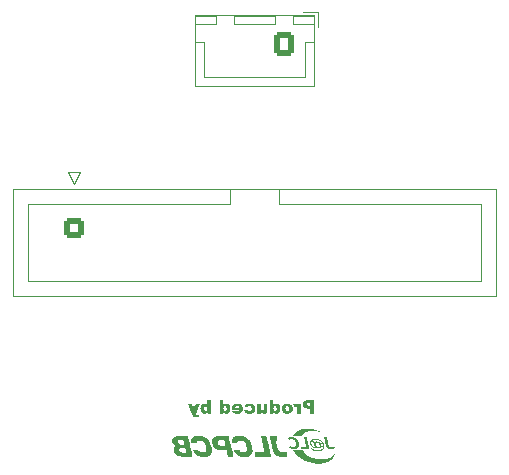
<source format=gbr>
%TF.GenerationSoftware,KiCad,Pcbnew,7.0.6*%
%TF.CreationDate,2023-12-18T00:12:50+09:00*%
%TF.ProjectId,LineSensor_20230418,4c696e65-5365-46e7-936f-725f32303233,rev?*%
%TF.SameCoordinates,Original*%
%TF.FileFunction,Legend,Bot*%
%TF.FilePolarity,Positive*%
%FSLAX46Y46*%
G04 Gerber Fmt 4.6, Leading zero omitted, Abs format (unit mm)*
G04 Created by KiCad (PCBNEW 7.0.6) date 2023-12-18 00:12:50*
%MOMM*%
%LPD*%
G01*
G04 APERTURE LIST*
G04 Aperture macros list*
%AMRoundRect*
0 Rectangle with rounded corners*
0 $1 Rounding radius*
0 $2 $3 $4 $5 $6 $7 $8 $9 X,Y pos of 4 corners*
0 Add a 4 corners polygon primitive as box body*
4,1,4,$2,$3,$4,$5,$6,$7,$8,$9,$2,$3,0*
0 Add four circle primitives for the rounded corners*
1,1,$1+$1,$2,$3*
1,1,$1+$1,$4,$5*
1,1,$1+$1,$6,$7*
1,1,$1+$1,$8,$9*
0 Add four rect primitives between the rounded corners*
20,1,$1+$1,$2,$3,$4,$5,0*
20,1,$1+$1,$4,$5,$6,$7,0*
20,1,$1+$1,$6,$7,$8,$9,0*
20,1,$1+$1,$8,$9,$2,$3,0*%
G04 Aperture macros list end*
%ADD10C,0.000000*%
%ADD11C,0.120000*%
%ADD12C,1.400000*%
%ADD13R,1.400000X1.400000*%
%ADD14C,3.200000*%
%ADD15R,1.800000X1.800000*%
%ADD16C,1.800000*%
%ADD17RoundRect,0.250000X-0.600000X0.600000X-0.600000X-0.600000X0.600000X-0.600000X0.600000X0.600000X0*%
%ADD18C,1.700000*%
%ADD19RoundRect,0.250000X0.600000X0.725000X-0.600000X0.725000X-0.600000X-0.725000X0.600000X-0.725000X0*%
%ADD20O,1.700000X1.950000*%
G04 APERTURE END LIST*
D10*
G36*
X145363008Y-164699458D02*
G01*
X145306388Y-164835454D01*
X145189442Y-165114325D01*
X145029634Y-165494266D01*
X145056092Y-165539775D01*
X145059654Y-165545556D01*
X145063207Y-165550999D01*
X145066766Y-165556113D01*
X145070346Y-165560908D01*
X145073964Y-165565393D01*
X145077635Y-165569578D01*
X145081374Y-165573470D01*
X145085196Y-165577081D01*
X145089118Y-165580419D01*
X145093154Y-165583493D01*
X145097321Y-165586313D01*
X145101634Y-165588888D01*
X145106107Y-165591227D01*
X145110758Y-165593340D01*
X145115600Y-165595236D01*
X145120650Y-165596925D01*
X145128800Y-165599121D01*
X145138421Y-165600951D01*
X145149297Y-165602422D01*
X145161214Y-165603539D01*
X145173956Y-165604309D01*
X145187307Y-165604738D01*
X145201051Y-165604832D01*
X145214974Y-165604598D01*
X145228860Y-165604041D01*
X145242493Y-165603167D01*
X145255658Y-165601984D01*
X145268139Y-165600497D01*
X145279721Y-165598712D01*
X145290188Y-165596635D01*
X145299326Y-165594274D01*
X145306917Y-165591633D01*
X145309747Y-165590570D01*
X145311055Y-165590138D01*
X145312293Y-165589777D01*
X145313464Y-165589488D01*
X145314570Y-165589275D01*
X145315611Y-165589140D01*
X145316591Y-165589086D01*
X145317509Y-165589116D01*
X145318370Y-165589233D01*
X145319173Y-165589438D01*
X145319921Y-165589735D01*
X145320615Y-165590127D01*
X145321258Y-165590616D01*
X145321850Y-165591206D01*
X145322395Y-165591898D01*
X145322893Y-165592695D01*
X145323346Y-165593600D01*
X145323756Y-165594617D01*
X145324125Y-165595746D01*
X145324454Y-165596993D01*
X145324746Y-165598358D01*
X145325001Y-165599844D01*
X145325222Y-165601456D01*
X145325411Y-165603194D01*
X145325569Y-165605062D01*
X145325799Y-165609199D01*
X145325927Y-165613888D01*
X145325967Y-165619150D01*
X145324877Y-165639913D01*
X145322610Y-165666394D01*
X145319474Y-165696075D01*
X145315780Y-165726438D01*
X145311838Y-165754966D01*
X145307958Y-165779140D01*
X145304451Y-165796443D01*
X145302933Y-165801732D01*
X145301625Y-165804358D01*
X145299905Y-165805539D01*
X145297162Y-165806698D01*
X145288837Y-165808941D01*
X145277104Y-165811062D01*
X145262417Y-165813040D01*
X145226002Y-165816469D01*
X145183224Y-165819042D01*
X145137718Y-165820574D01*
X145093117Y-165820878D01*
X145072292Y-165820511D01*
X145053055Y-165819768D01*
X145035862Y-165818624D01*
X145021166Y-165817058D01*
X144998691Y-165813985D01*
X144977639Y-165810284D01*
X144957920Y-165805898D01*
X144939444Y-165800770D01*
X144922121Y-165794841D01*
X144905863Y-165788055D01*
X144890577Y-165780355D01*
X144876176Y-165771682D01*
X144862568Y-165761980D01*
X144849664Y-165751191D01*
X144837373Y-165739258D01*
X144825607Y-165726124D01*
X144814275Y-165711731D01*
X144803287Y-165696022D01*
X144792553Y-165678939D01*
X144781984Y-165660425D01*
X144714631Y-165491637D01*
X144586060Y-165156261D01*
X144461259Y-164825053D01*
X144405217Y-164668766D01*
X144405420Y-164668574D01*
X144406022Y-164668394D01*
X144408386Y-164668070D01*
X144417471Y-164667559D01*
X144431839Y-164667222D01*
X144450858Y-164667047D01*
X144500318Y-164667129D01*
X144560792Y-164667708D01*
X144716367Y-164670883D01*
X144790451Y-164927000D01*
X144820150Y-165026781D01*
X144845483Y-165109298D01*
X144863674Y-165166018D01*
X144869222Y-165182037D01*
X144871942Y-165188408D01*
X144872289Y-165188536D01*
X144872732Y-165188331D01*
X144873269Y-165187800D01*
X144873898Y-165186951D01*
X144875416Y-165184327D01*
X144877267Y-165180520D01*
X144879428Y-165175591D01*
X144881876Y-165169600D01*
X144887553Y-165154674D01*
X144894122Y-165136225D01*
X144901410Y-165114738D01*
X144909244Y-165090696D01*
X144917451Y-165064583D01*
X145000000Y-164800000D01*
X145042333Y-164665592D01*
X145377825Y-164665592D01*
X145363008Y-164699458D01*
G37*
G36*
X150554133Y-164895250D02*
G01*
X150555043Y-164987854D01*
X150557440Y-165069346D01*
X150559042Y-165103196D01*
X150560830Y-165130993D01*
X150562742Y-165151647D01*
X150564716Y-165164066D01*
X150568162Y-165175065D01*
X150572141Y-165185433D01*
X150576641Y-165195160D01*
X150579082Y-165199779D01*
X150581649Y-165204233D01*
X150584340Y-165208522D01*
X150587154Y-165212644D01*
X150590088Y-165216596D01*
X150593142Y-165220379D01*
X150596314Y-165223991D01*
X150599602Y-165227430D01*
X150603004Y-165230695D01*
X150606520Y-165233784D01*
X150610148Y-165236697D01*
X150613885Y-165239432D01*
X150617731Y-165241987D01*
X150621684Y-165244361D01*
X150625743Y-165246554D01*
X150629905Y-165248562D01*
X150634169Y-165250386D01*
X150638535Y-165252024D01*
X150642999Y-165253474D01*
X150647562Y-165254735D01*
X150652220Y-165255806D01*
X150656973Y-165256685D01*
X150661819Y-165257371D01*
X150666756Y-165257863D01*
X150671784Y-165258159D01*
X150676899Y-165258258D01*
X150695751Y-165258060D01*
X150704311Y-165257731D01*
X150712318Y-165257173D01*
X150719792Y-165256332D01*
X150726750Y-165255154D01*
X150733210Y-165253582D01*
X150739192Y-165251561D01*
X150744713Y-165249036D01*
X150749793Y-165245953D01*
X150754449Y-165242255D01*
X150758699Y-165237887D01*
X150762563Y-165232795D01*
X150766058Y-165226923D01*
X150769203Y-165220215D01*
X150772017Y-165212618D01*
X150774518Y-165204074D01*
X150776724Y-165194529D01*
X150778653Y-165183929D01*
X150780325Y-165172217D01*
X150781757Y-165159338D01*
X150782968Y-165145238D01*
X150783976Y-165129860D01*
X150784800Y-165113151D01*
X150785969Y-165075513D01*
X150786621Y-165031884D01*
X150786905Y-164981822D01*
X150786966Y-164924883D01*
X150786966Y-164665592D01*
X151104466Y-164665592D01*
X151104466Y-164970392D01*
X151104069Y-165086186D01*
X151102482Y-165177411D01*
X151099108Y-165247974D01*
X151096566Y-165276729D01*
X151093354Y-165301782D01*
X151089397Y-165323623D01*
X151084622Y-165342741D01*
X151078954Y-165359623D01*
X151072319Y-165374757D01*
X151064642Y-165388633D01*
X151055849Y-165401739D01*
X151045865Y-165414562D01*
X151034616Y-165427591D01*
X151025087Y-165437552D01*
X151015138Y-165446801D01*
X151004746Y-165455345D01*
X150993887Y-165463194D01*
X150982538Y-165470355D01*
X150970676Y-165476835D01*
X150958277Y-165482642D01*
X150945319Y-165487784D01*
X150931778Y-165492269D01*
X150917631Y-165496104D01*
X150902854Y-165499297D01*
X150887425Y-165501857D01*
X150871320Y-165503790D01*
X150854516Y-165505104D01*
X150836989Y-165505808D01*
X150818716Y-165505908D01*
X150800637Y-165505582D01*
X150783268Y-165504589D01*
X150766554Y-165502908D01*
X150750437Y-165500517D01*
X150734860Y-165497394D01*
X150719764Y-165493518D01*
X150705093Y-165488867D01*
X150690790Y-165483418D01*
X150676797Y-165477152D01*
X150663056Y-165470045D01*
X150649511Y-165462076D01*
X150636104Y-165453223D01*
X150622778Y-165443465D01*
X150609474Y-165432780D01*
X150596137Y-165421146D01*
X150582708Y-165408541D01*
X150532966Y-165359858D01*
X150532966Y-165491091D01*
X150236633Y-165491091D01*
X150236633Y-164665592D01*
X150554133Y-164665592D01*
X150554133Y-164895250D01*
G37*
G36*
X149020771Y-165005496D02*
G01*
X149025238Y-165043020D01*
X149026815Y-165080903D01*
X149025480Y-165118850D01*
X149021208Y-165156564D01*
X149013977Y-165193749D01*
X149009244Y-165212051D01*
X149003763Y-165230110D01*
X148997530Y-165247889D01*
X148990542Y-165265350D01*
X148982798Y-165282457D01*
X148974293Y-165299173D01*
X148965025Y-165315461D01*
X148954991Y-165331283D01*
X148941183Y-165350987D01*
X148927080Y-165369255D01*
X148912582Y-165386140D01*
X148905155Y-165394081D01*
X148897593Y-165401695D01*
X148889884Y-165408990D01*
X148882015Y-165415973D01*
X148873975Y-165422649D01*
X148865750Y-165429026D01*
X148857330Y-165435110D01*
X148848701Y-165440907D01*
X148839852Y-165446424D01*
X148830769Y-165451668D01*
X148821442Y-165456646D01*
X148811858Y-165461363D01*
X148802005Y-165465827D01*
X148791870Y-165470045D01*
X148781441Y-165474021D01*
X148770706Y-165477765D01*
X148748269Y-165484576D01*
X148724462Y-165490532D01*
X148699187Y-165495684D01*
X148672346Y-165500087D01*
X148643841Y-165503791D01*
X148611960Y-165506771D01*
X148580283Y-165508581D01*
X148548917Y-165509240D01*
X148517966Y-165508769D01*
X148487536Y-165507188D01*
X148457732Y-165504517D01*
X148428660Y-165500776D01*
X148400425Y-165495986D01*
X148373132Y-165490167D01*
X148346888Y-165483338D01*
X148321797Y-165475520D01*
X148297965Y-165466733D01*
X148275497Y-165456998D01*
X148254499Y-165446333D01*
X148235075Y-165434761D01*
X148217333Y-165422300D01*
X148207213Y-165414045D01*
X148196795Y-165404881D01*
X148186228Y-165394987D01*
X148175661Y-165384547D01*
X148165243Y-165373741D01*
X148155123Y-165362750D01*
X148145449Y-165351756D01*
X148136370Y-165340940D01*
X148128036Y-165330484D01*
X148120595Y-165320570D01*
X148114195Y-165311377D01*
X148108986Y-165303088D01*
X148105116Y-165295885D01*
X148102735Y-165289948D01*
X148102149Y-165287511D01*
X148101991Y-165285459D01*
X148102279Y-165283815D01*
X148103033Y-165282600D01*
X148103617Y-165282188D01*
X148104570Y-165281746D01*
X148107541Y-165280781D01*
X148111867Y-165279716D01*
X148117469Y-165278565D01*
X148132185Y-165276051D01*
X148151055Y-165273339D01*
X148173447Y-165270528D01*
X148198730Y-165267717D01*
X148226269Y-165265005D01*
X148255433Y-165262491D01*
X148399366Y-165249791D01*
X148434292Y-165279425D01*
X148442256Y-165286079D01*
X148450457Y-165292156D01*
X148458870Y-165297659D01*
X148467472Y-165302594D01*
X148476238Y-165306966D01*
X148485144Y-165310779D01*
X148494167Y-165314038D01*
X148503282Y-165316748D01*
X148512465Y-165318913D01*
X148521692Y-165320540D01*
X148530939Y-165321632D01*
X148540183Y-165322194D01*
X148549398Y-165322232D01*
X148558562Y-165321750D01*
X148567649Y-165320752D01*
X148576637Y-165319245D01*
X148585501Y-165317231D01*
X148594216Y-165314718D01*
X148602760Y-165311709D01*
X148611107Y-165308208D01*
X148619235Y-165304222D01*
X148627118Y-165299755D01*
X148634733Y-165294811D01*
X148642055Y-165289396D01*
X148649062Y-165283514D01*
X148655728Y-165277171D01*
X148662030Y-165270370D01*
X148667943Y-165263118D01*
X148673444Y-165255418D01*
X148678509Y-165247276D01*
X148683113Y-165238696D01*
X148687233Y-165229683D01*
X148697415Y-165206460D01*
X148699280Y-165201646D01*
X148700744Y-165197199D01*
X148701744Y-165193106D01*
X148702215Y-165189351D01*
X148702233Y-165187596D01*
X148702094Y-165185920D01*
X148701792Y-165184321D01*
X148701317Y-165182798D01*
X148700663Y-165181349D01*
X148699820Y-165179972D01*
X148698782Y-165178665D01*
X148697539Y-165177426D01*
X148696085Y-165176253D01*
X148694410Y-165175146D01*
X148692508Y-165174101D01*
X148690369Y-165173117D01*
X148685352Y-165171325D01*
X148679296Y-165169755D01*
X148672135Y-165168393D01*
X148663807Y-165167224D01*
X148654246Y-165166234D01*
X148643391Y-165165408D01*
X148631175Y-165164731D01*
X148617536Y-165164190D01*
X148602410Y-165163769D01*
X148585732Y-165163455D01*
X148547466Y-165163085D01*
X148502227Y-165162965D01*
X148388783Y-165163008D01*
X148074458Y-165163008D01*
X148080808Y-165064583D01*
X148085101Y-165018556D01*
X148087395Y-165004258D01*
X148395133Y-165004258D01*
X148705225Y-165004258D01*
X148698875Y-164967216D01*
X148696970Y-164958072D01*
X148694453Y-164948929D01*
X148691357Y-164939839D01*
X148687713Y-164930853D01*
X148683554Y-164922021D01*
X148678913Y-164913396D01*
X148673823Y-164905029D01*
X148668315Y-164896969D01*
X148662423Y-164889270D01*
X148656180Y-164881981D01*
X148649616Y-164875155D01*
X148642766Y-164868841D01*
X148635662Y-164863092D01*
X148628336Y-164857958D01*
X148620821Y-164853491D01*
X148613150Y-164849741D01*
X148605241Y-164846465D01*
X148596665Y-164843774D01*
X148587521Y-164841656D01*
X148577910Y-164840101D01*
X148567934Y-164839097D01*
X148557692Y-164838635D01*
X148547287Y-164838703D01*
X148536817Y-164839290D01*
X148526385Y-164840386D01*
X148516091Y-164841980D01*
X148506035Y-164844060D01*
X148496319Y-164846616D01*
X148487044Y-164849637D01*
X148478309Y-164853113D01*
X148470216Y-164857032D01*
X148462866Y-164861383D01*
X148460401Y-164863036D01*
X148457968Y-164864818D01*
X148455566Y-164866728D01*
X148453196Y-164868767D01*
X148450859Y-164870932D01*
X148448555Y-164873224D01*
X148444048Y-164878184D01*
X148439676Y-164883640D01*
X148435445Y-164889586D01*
X148431355Y-164896016D01*
X148427412Y-164902923D01*
X148423617Y-164910301D01*
X148419975Y-164918145D01*
X148416487Y-164926447D01*
X148413158Y-164935202D01*
X148409989Y-164944403D01*
X148406985Y-164954045D01*
X148404149Y-164964121D01*
X148401483Y-164974625D01*
X148395133Y-165004258D01*
X148087395Y-165004258D01*
X148092038Y-164975321D01*
X148096502Y-164954748D01*
X148101632Y-164934868D01*
X148107430Y-164915681D01*
X148113897Y-164897185D01*
X148121036Y-164879378D01*
X148128847Y-164862261D01*
X148137334Y-164845830D01*
X148146497Y-164830086D01*
X148156338Y-164815026D01*
X148166859Y-164800649D01*
X148178062Y-164786953D01*
X148189948Y-164773938D01*
X148202520Y-164761602D01*
X148215779Y-164749944D01*
X148229726Y-164738962D01*
X148244364Y-164728655D01*
X148259694Y-164719022D01*
X148275718Y-164710061D01*
X148292437Y-164701771D01*
X148309854Y-164694150D01*
X148327971Y-164687197D01*
X148346788Y-164680912D01*
X148366308Y-164675291D01*
X148386532Y-164670335D01*
X148407462Y-164666042D01*
X148429101Y-164662410D01*
X148474508Y-164657125D01*
X148492380Y-164655639D01*
X148510723Y-164654363D01*
X148546739Y-164652495D01*
X148563371Y-164651926D01*
X148578390Y-164651618D01*
X148591276Y-164651583D01*
X148601508Y-164651833D01*
X148625419Y-164653817D01*
X148648732Y-164656594D01*
X148671444Y-164660160D01*
X148693550Y-164664517D01*
X148715049Y-164669660D01*
X148735937Y-164675590D01*
X148756211Y-164682304D01*
X148775869Y-164689801D01*
X148794906Y-164698079D01*
X148813320Y-164707137D01*
X148831107Y-164716974D01*
X148848265Y-164727587D01*
X148864791Y-164738975D01*
X148880681Y-164751137D01*
X148895932Y-164764070D01*
X148910541Y-164777775D01*
X148922903Y-164790810D01*
X148934586Y-164804490D01*
X148945587Y-164818778D01*
X148955903Y-164833637D01*
X148965532Y-164849030D01*
X148974470Y-164864921D01*
X148982715Y-164881271D01*
X148990264Y-164898044D01*
X148997113Y-164915204D01*
X149003260Y-164932712D01*
X149013437Y-164968628D01*
X149020525Y-165004258D01*
X149020771Y-165005496D01*
G37*
G36*
X149619924Y-164652654D02*
G01*
X149656706Y-164654222D01*
X149694766Y-164657125D01*
X149723698Y-164660377D01*
X149752096Y-164665331D01*
X149779870Y-164671928D01*
X149806933Y-164680110D01*
X149833196Y-164689818D01*
X149858570Y-164700992D01*
X149882968Y-164713573D01*
X149906300Y-164727504D01*
X149928480Y-164742724D01*
X149949417Y-164759175D01*
X149969025Y-164776799D01*
X149987213Y-164795535D01*
X150003895Y-164815325D01*
X150018982Y-164836111D01*
X150032385Y-164857834D01*
X150044016Y-164880433D01*
X150053666Y-164903067D01*
X150061979Y-164927159D01*
X150068959Y-164952482D01*
X150074609Y-164978809D01*
X150078931Y-165005910D01*
X150081930Y-165033559D01*
X150083608Y-165061527D01*
X150083968Y-165089586D01*
X150083014Y-165117509D01*
X150080748Y-165145068D01*
X150077173Y-165172035D01*
X150072293Y-165198181D01*
X150066111Y-165223280D01*
X150058630Y-165247102D01*
X150049853Y-165269421D01*
X150039782Y-165290008D01*
X150033115Y-165301831D01*
X150026207Y-165313291D01*
X150019053Y-165324392D01*
X150011648Y-165335136D01*
X150003986Y-165345527D01*
X149996062Y-165355567D01*
X149987871Y-165365260D01*
X149979408Y-165374609D01*
X149970667Y-165383616D01*
X149961644Y-165392286D01*
X149952333Y-165400621D01*
X149942728Y-165408624D01*
X149932825Y-165416299D01*
X149922618Y-165423647D01*
X149912103Y-165430674D01*
X149901273Y-165437381D01*
X149890124Y-165443772D01*
X149878651Y-165449849D01*
X149866847Y-165455617D01*
X149854709Y-165461078D01*
X149842230Y-165466235D01*
X149829406Y-165471091D01*
X149816231Y-165475649D01*
X149802699Y-165479913D01*
X149774549Y-165487569D01*
X149744911Y-165494084D01*
X149713745Y-165499484D01*
X149681008Y-165503791D01*
X149634304Y-165507749D01*
X149589454Y-165509308D01*
X149546477Y-165508477D01*
X149505391Y-165505263D01*
X149466215Y-165499674D01*
X149428968Y-165491718D01*
X149393667Y-165481402D01*
X149360333Y-165468734D01*
X149328983Y-165453722D01*
X149299636Y-165436374D01*
X149272310Y-165416698D01*
X149247025Y-165394700D01*
X149223798Y-165370390D01*
X149202649Y-165343774D01*
X149183596Y-165314861D01*
X149166658Y-165283658D01*
X149160182Y-165270270D01*
X149154338Y-165257315D01*
X149149264Y-165245130D01*
X149145094Y-165234049D01*
X149141967Y-165224406D01*
X149140837Y-165220229D01*
X149140018Y-165216537D01*
X149139528Y-165213372D01*
X149139383Y-165210776D01*
X149139601Y-165208791D01*
X149139852Y-165208040D01*
X149140200Y-165207458D01*
X149140679Y-165206947D01*
X149141514Y-165206406D01*
X149144218Y-165205242D01*
X149148236Y-165203979D01*
X149153495Y-165202629D01*
X149159919Y-165201205D01*
X149167435Y-165199719D01*
X149185443Y-165196610D01*
X149206924Y-165193402D01*
X149231282Y-165190194D01*
X149257923Y-165187085D01*
X149286250Y-165184175D01*
X149330605Y-165180020D01*
X149364666Y-165177130D01*
X149389946Y-165175580D01*
X149399766Y-165175330D01*
X149407958Y-165175444D01*
X149414712Y-165175929D01*
X149420216Y-165176795D01*
X149424659Y-165178053D01*
X149428232Y-165179710D01*
X149431122Y-165181776D01*
X149433519Y-165184262D01*
X149435613Y-165187175D01*
X149437591Y-165190525D01*
X149438777Y-165192690D01*
X149440332Y-165195196D01*
X149442228Y-165198013D01*
X149444437Y-165201108D01*
X149449683Y-165208012D01*
X149455847Y-165215660D01*
X149462706Y-165223804D01*
X149470036Y-165232197D01*
X149477614Y-165240589D01*
X149485216Y-165248733D01*
X149492214Y-165255611D01*
X149499499Y-165261958D01*
X149507049Y-165267778D01*
X149514841Y-165273073D01*
X149522854Y-165277846D01*
X149531065Y-165282101D01*
X149539450Y-165285840D01*
X149547989Y-165289065D01*
X149556657Y-165291781D01*
X149565433Y-165293990D01*
X149574295Y-165295694D01*
X149583219Y-165296898D01*
X149592184Y-165297602D01*
X149601167Y-165297811D01*
X149610145Y-165297528D01*
X149619095Y-165296755D01*
X149627996Y-165295495D01*
X149636825Y-165293751D01*
X149645560Y-165291526D01*
X149654177Y-165288824D01*
X149662655Y-165285646D01*
X149670971Y-165281995D01*
X149679103Y-165277876D01*
X149687027Y-165273290D01*
X149694722Y-165268240D01*
X149702165Y-165262730D01*
X149709334Y-165256762D01*
X149716206Y-165250339D01*
X149722758Y-165243464D01*
X149728969Y-165236141D01*
X149734815Y-165228371D01*
X149740275Y-165220158D01*
X149744048Y-165213766D01*
X149747443Y-165207617D01*
X149750479Y-165201608D01*
X149753173Y-165195634D01*
X149755545Y-165189593D01*
X149757613Y-165183379D01*
X149759396Y-165176889D01*
X149760912Y-165170020D01*
X149762180Y-165162666D01*
X149763219Y-165154725D01*
X149764047Y-165146093D01*
X149764682Y-165136665D01*
X149765144Y-165126339D01*
X149765451Y-165115009D01*
X149765622Y-165102572D01*
X149765675Y-165088925D01*
X149765101Y-165062652D01*
X149763370Y-165038187D01*
X149760463Y-165015501D01*
X149756364Y-164994568D01*
X149751056Y-164975358D01*
X149747944Y-164966391D01*
X149744522Y-164957844D01*
X149740790Y-164949715D01*
X149736745Y-164941999D01*
X149732384Y-164934693D01*
X149727707Y-164927794D01*
X149722710Y-164921297D01*
X149717391Y-164915200D01*
X149711749Y-164909500D01*
X149705781Y-164904192D01*
X149699486Y-164899273D01*
X149692860Y-164894740D01*
X149685902Y-164890589D01*
X149678610Y-164886816D01*
X149670981Y-164883419D01*
X149663014Y-164880393D01*
X149654706Y-164877736D01*
X149646056Y-164875443D01*
X149627718Y-164871938D01*
X149607983Y-164869850D01*
X149595448Y-164869215D01*
X149583263Y-164869290D01*
X149571452Y-164870061D01*
X149560044Y-164871520D01*
X149549063Y-164873654D01*
X149538536Y-164876454D01*
X149528490Y-164879908D01*
X149518951Y-164884005D01*
X149509945Y-164888735D01*
X149501498Y-164894086D01*
X149493638Y-164900048D01*
X149486390Y-164906610D01*
X149479781Y-164913762D01*
X149473837Y-164921491D01*
X149468584Y-164929788D01*
X149464049Y-164938641D01*
X149461550Y-164943904D01*
X149459182Y-164948596D01*
X149456903Y-164952743D01*
X149454673Y-164956369D01*
X149453563Y-164957994D01*
X149452450Y-164959498D01*
X149451327Y-164960884D01*
X149450190Y-164962156D01*
X149449034Y-164963316D01*
X149447853Y-164964368D01*
X149446642Y-164965314D01*
X149445396Y-164966158D01*
X149444110Y-164966903D01*
X149442779Y-164967551D01*
X149441396Y-164968107D01*
X149439958Y-164968572D01*
X149438458Y-164968951D01*
X149436892Y-164969246D01*
X149435255Y-164969461D01*
X149433540Y-164969598D01*
X149431743Y-164969660D01*
X149429859Y-164969651D01*
X149425807Y-164969432D01*
X149421343Y-164968965D01*
X149416425Y-164968275D01*
X149395175Y-164965017D01*
X149361524Y-164960470D01*
X149320133Y-164955327D01*
X149275666Y-164950283D01*
X149251697Y-164947063D01*
X149229959Y-164943768D01*
X149210703Y-164940423D01*
X149194174Y-164937054D01*
X149180623Y-164933685D01*
X149175041Y-164932008D01*
X149170296Y-164930340D01*
X149166419Y-164928685D01*
X149163441Y-164927045D01*
X149161394Y-164925424D01*
X149160308Y-164923825D01*
X149159782Y-164921735D01*
X149159585Y-164919252D01*
X149159705Y-164916396D01*
X149160130Y-164913190D01*
X149161847Y-164905810D01*
X149164640Y-164897284D01*
X149168413Y-164887784D01*
X149173070Y-164877483D01*
X149178514Y-164866553D01*
X149184649Y-164855165D01*
X149191380Y-164843492D01*
X149198610Y-164831706D01*
X149206243Y-164819979D01*
X149214184Y-164808483D01*
X149222335Y-164797390D01*
X149230600Y-164786872D01*
X149238885Y-164777101D01*
X149247091Y-164768250D01*
X149255612Y-164759776D01*
X149264502Y-164751619D01*
X149283387Y-164736258D01*
X149303732Y-164722171D01*
X149325524Y-164709363D01*
X149348748Y-164697839D01*
X149373390Y-164687604D01*
X149399438Y-164678661D01*
X149426875Y-164671015D01*
X149455690Y-164664672D01*
X149485867Y-164659636D01*
X149517393Y-164655912D01*
X149550254Y-164653503D01*
X149584436Y-164652416D01*
X149619924Y-164652654D01*
G37*
G36*
X153259963Y-165102862D02*
G01*
X153258752Y-165122070D01*
X153256696Y-165141056D01*
X153253809Y-165159800D01*
X153250103Y-165178281D01*
X153245591Y-165196476D01*
X153240287Y-165214366D01*
X153234205Y-165231928D01*
X153227356Y-165249141D01*
X153219755Y-165265984D01*
X153211414Y-165282436D01*
X153202347Y-165298475D01*
X153192567Y-165314080D01*
X153182087Y-165329229D01*
X153170920Y-165343902D01*
X153159080Y-165358076D01*
X153146579Y-165371732D01*
X153133430Y-165384846D01*
X153119648Y-165397399D01*
X153105245Y-165409368D01*
X153090234Y-165420733D01*
X153074629Y-165431472D01*
X153058442Y-165441563D01*
X153041687Y-165450986D01*
X153024377Y-165459719D01*
X153006525Y-165467741D01*
X152988145Y-165475031D01*
X152969249Y-165481566D01*
X152941148Y-165489496D01*
X152911771Y-165495839D01*
X152881355Y-165500623D01*
X152850137Y-165503874D01*
X152818355Y-165505618D01*
X152786247Y-165505881D01*
X152754048Y-165504690D01*
X152721996Y-165502072D01*
X152690329Y-165498051D01*
X152659284Y-165492656D01*
X152629097Y-165485912D01*
X152600007Y-165477846D01*
X152572249Y-165468483D01*
X152546063Y-165457851D01*
X152521684Y-165445976D01*
X152499349Y-165432883D01*
X152480496Y-165419605D01*
X152462636Y-165405214D01*
X152445778Y-165389778D01*
X152429929Y-165373360D01*
X152415097Y-165356028D01*
X152401290Y-165337847D01*
X152388516Y-165318883D01*
X152376781Y-165299202D01*
X152366095Y-165278870D01*
X152356464Y-165257953D01*
X152347897Y-165236517D01*
X152340401Y-165214627D01*
X152333984Y-165192349D01*
X152328654Y-165169750D01*
X152324418Y-165146895D01*
X152321285Y-165123850D01*
X152319261Y-165100681D01*
X152318556Y-165082575D01*
X152635874Y-165082575D01*
X152636484Y-165106271D01*
X152637578Y-165126892D01*
X152638333Y-165136205D01*
X152639242Y-165144934D01*
X152640315Y-165153142D01*
X152641563Y-165160891D01*
X152642997Y-165168244D01*
X152644628Y-165175262D01*
X152646467Y-165182006D01*
X152648525Y-165188540D01*
X152650812Y-165194926D01*
X152653339Y-165201224D01*
X152656117Y-165207497D01*
X152659158Y-165213808D01*
X152664581Y-165223510D01*
X152670511Y-165232574D01*
X152676914Y-165241000D01*
X152683756Y-165248789D01*
X152691004Y-165255942D01*
X152698625Y-165262459D01*
X152706586Y-165268340D01*
X152714853Y-165273587D01*
X152723392Y-165278200D01*
X152732171Y-165282180D01*
X152741157Y-165285526D01*
X152750315Y-165288241D01*
X152759613Y-165290323D01*
X152769017Y-165291775D01*
X152778493Y-165292595D01*
X152788010Y-165292786D01*
X152797532Y-165292348D01*
X152807028Y-165291280D01*
X152816463Y-165289584D01*
X152825804Y-165287261D01*
X152835018Y-165284310D01*
X152844071Y-165280733D01*
X152852931Y-165276530D01*
X152861564Y-165271702D01*
X152869936Y-165266249D01*
X152878015Y-165260172D01*
X152885766Y-165253471D01*
X152893157Y-165246147D01*
X152900154Y-165238201D01*
X152906724Y-165229633D01*
X152912833Y-165220443D01*
X152918449Y-165210633D01*
X152923845Y-165198862D01*
X152928522Y-165185525D01*
X152932483Y-165170838D01*
X152935730Y-165155021D01*
X152938263Y-165138293D01*
X152940085Y-165120871D01*
X152941197Y-165102975D01*
X152941600Y-165084824D01*
X152941297Y-165066635D01*
X152940288Y-165048627D01*
X152938575Y-165031020D01*
X152936160Y-165014031D01*
X152933044Y-164997879D01*
X152929229Y-164982783D01*
X152924717Y-164968962D01*
X152919508Y-164956633D01*
X152915392Y-164948857D01*
X152910993Y-164941408D01*
X152906322Y-164934290D01*
X152901394Y-164927506D01*
X152896222Y-164921061D01*
X152890819Y-164914959D01*
X152885198Y-164909204D01*
X152879374Y-164903799D01*
X152873358Y-164898750D01*
X152867166Y-164894059D01*
X152860809Y-164889732D01*
X152854302Y-164885772D01*
X152847658Y-164882184D01*
X152840890Y-164878970D01*
X152834011Y-164876137D01*
X152827036Y-164873686D01*
X152819976Y-164871623D01*
X152812847Y-164869952D01*
X152805660Y-164868677D01*
X152798430Y-164867801D01*
X152791169Y-164867330D01*
X152783892Y-164867266D01*
X152776611Y-164867614D01*
X152769340Y-164868378D01*
X152762092Y-164869562D01*
X152754881Y-164871171D01*
X152747720Y-164873208D01*
X152740623Y-164875677D01*
X152733602Y-164878582D01*
X152726671Y-164881928D01*
X152719843Y-164885719D01*
X152713133Y-164889958D01*
X152707976Y-164893668D01*
X152703022Y-164897458D01*
X152698267Y-164901337D01*
X152693709Y-164905310D01*
X152689345Y-164909385D01*
X152685174Y-164913568D01*
X152681192Y-164917867D01*
X152677397Y-164922287D01*
X152673787Y-164926836D01*
X152670359Y-164931520D01*
X152667110Y-164936347D01*
X152664038Y-164941322D01*
X152661140Y-164946454D01*
X152658415Y-164951748D01*
X152655858Y-164957211D01*
X152653469Y-164962851D01*
X152651244Y-164968673D01*
X152649181Y-164974685D01*
X152647277Y-164980894D01*
X152645529Y-164987306D01*
X152643936Y-164993928D01*
X152642495Y-165000767D01*
X152641203Y-165007830D01*
X152640058Y-165015123D01*
X152638197Y-165030427D01*
X152636893Y-165046734D01*
X152636126Y-165064099D01*
X152635874Y-165082575D01*
X152318556Y-165082575D01*
X152318356Y-165077454D01*
X152318576Y-165054234D01*
X152319929Y-165031088D01*
X152322423Y-165008082D01*
X152326066Y-164985281D01*
X152330865Y-164962752D01*
X152336829Y-164940560D01*
X152343965Y-164918770D01*
X152352280Y-164897450D01*
X152361783Y-164876665D01*
X152372482Y-164856480D01*
X152384383Y-164836962D01*
X152397495Y-164818176D01*
X152411826Y-164800189D01*
X152427383Y-164783066D01*
X152445131Y-164766128D01*
X152464197Y-164750254D01*
X152484510Y-164735465D01*
X152505997Y-164721782D01*
X152528588Y-164709229D01*
X152552212Y-164697825D01*
X152576797Y-164687594D01*
X152602272Y-164678556D01*
X152628566Y-164670734D01*
X152655607Y-164664149D01*
X152683323Y-164658822D01*
X152711644Y-164654777D01*
X152740499Y-164652033D01*
X152769816Y-164650614D01*
X152799523Y-164650540D01*
X152829549Y-164651833D01*
X152871394Y-164656163D01*
X152911550Y-164663156D01*
X152949937Y-164672748D01*
X152986480Y-164684873D01*
X153021101Y-164699466D01*
X153053722Y-164716462D01*
X153084265Y-164735795D01*
X153098734Y-164746319D01*
X153112654Y-164757402D01*
X153126015Y-164769037D01*
X153138810Y-164781216D01*
X153151026Y-164793930D01*
X153162656Y-164807172D01*
X153173688Y-164820934D01*
X153184114Y-164835206D01*
X153193924Y-164849982D01*
X153203108Y-164865253D01*
X153211656Y-164881010D01*
X153219559Y-164897246D01*
X153226807Y-164913953D01*
X153233390Y-164931121D01*
X153239299Y-164948745D01*
X153244524Y-164966814D01*
X153249055Y-164985321D01*
X153252883Y-165004258D01*
X153256094Y-165024250D01*
X153258394Y-165044128D01*
X153259797Y-165063870D01*
X153260316Y-165083455D01*
X153260291Y-165084824D01*
X153259963Y-165102862D01*
G37*
G36*
X153485788Y-164653472D02*
G01*
X153492277Y-164654129D01*
X153498416Y-164655008D01*
X153508318Y-164656996D01*
X153517805Y-164659401D01*
X153526907Y-164662243D01*
X153535656Y-164665542D01*
X153544083Y-164669319D01*
X153552218Y-164673593D01*
X153560092Y-164678385D01*
X153567737Y-164683715D01*
X153575184Y-164689604D01*
X153582463Y-164696070D01*
X153589605Y-164703135D01*
X153596643Y-164710819D01*
X153603606Y-164719141D01*
X153610525Y-164728122D01*
X153617432Y-164737782D01*
X153624358Y-164748142D01*
X153655050Y-164796825D01*
X153655050Y-164665592D01*
X153951383Y-164665592D01*
X153951383Y-165491091D01*
X153633883Y-165491091D01*
X153633883Y-165313291D01*
X153633306Y-165248441D01*
X153631500Y-165189876D01*
X153628351Y-165137381D01*
X153623746Y-165090744D01*
X153617572Y-165049749D01*
X153609717Y-165014184D01*
X153600066Y-164983834D01*
X153594532Y-164970548D01*
X153588507Y-164958485D01*
X153581976Y-164947619D01*
X153574926Y-164937924D01*
X153567342Y-164929371D01*
X153559210Y-164921935D01*
X153550517Y-164915590D01*
X153541247Y-164910307D01*
X153531387Y-164906060D01*
X153520922Y-164902823D01*
X153509839Y-164900570D01*
X153498123Y-164899272D01*
X153485760Y-164898903D01*
X153472737Y-164899438D01*
X153444650Y-164903107D01*
X153413749Y-164910066D01*
X153412822Y-164910250D01*
X153411827Y-164910205D01*
X153410765Y-164909933D01*
X153409636Y-164909436D01*
X153408440Y-164908715D01*
X153407177Y-164907771D01*
X153405849Y-164906606D01*
X153404456Y-164905221D01*
X153402997Y-164903618D01*
X153401473Y-164901797D01*
X153399886Y-164899760D01*
X153398234Y-164897509D01*
X153394740Y-164892369D01*
X153390995Y-164886386D01*
X153387002Y-164879573D01*
X153382764Y-164871940D01*
X153378284Y-164863497D01*
X153373566Y-164854256D01*
X153368611Y-164844227D01*
X153363425Y-164833422D01*
X153358008Y-164821851D01*
X153352366Y-164809525D01*
X153334374Y-164768481D01*
X153319558Y-164733589D01*
X153309503Y-164708619D01*
X153306758Y-164701033D01*
X153305799Y-164697341D01*
X153306172Y-164695048D01*
X153307265Y-164692738D01*
X153309043Y-164690419D01*
X153311471Y-164688100D01*
X153314513Y-164685787D01*
X153318133Y-164683489D01*
X153322296Y-164681214D01*
X153326966Y-164678969D01*
X153337684Y-164674605D01*
X153350001Y-164670459D01*
X153363633Y-164666596D01*
X153378295Y-164663078D01*
X153393701Y-164659969D01*
X153409566Y-164657334D01*
X153425604Y-164655234D01*
X153441531Y-164653735D01*
X153457060Y-164652899D01*
X153471908Y-164652790D01*
X153485788Y-164653472D01*
G37*
G36*
X146341967Y-165491091D02*
G01*
X146045633Y-165491091D01*
X146045633Y-165377850D01*
X146001184Y-165420183D01*
X145988944Y-165431436D01*
X145976792Y-165441794D01*
X145964665Y-165451281D01*
X145952500Y-165459920D01*
X145940236Y-165467734D01*
X145927811Y-165474747D01*
X145915163Y-165480982D01*
X145902229Y-165486461D01*
X145888948Y-165491209D01*
X145875258Y-165495248D01*
X145861097Y-165498602D01*
X145846402Y-165501294D01*
X145831112Y-165503348D01*
X145815164Y-165504786D01*
X145798498Y-165505631D01*
X145781050Y-165505908D01*
X145758552Y-165505635D01*
X145748447Y-165505266D01*
X145738981Y-165504717D01*
X145730061Y-165503970D01*
X145721593Y-165503006D01*
X145713485Y-165501806D01*
X145705644Y-165500352D01*
X145697976Y-165498625D01*
X145690389Y-165496606D01*
X145682789Y-165494278D01*
X145675084Y-165491621D01*
X145667181Y-165488616D01*
X145658986Y-165485246D01*
X145641350Y-165477333D01*
X145627665Y-165470245D01*
X145614396Y-165462483D01*
X145601550Y-165454063D01*
X145589134Y-165445000D01*
X145577154Y-165435309D01*
X145565617Y-165425006D01*
X145554531Y-165414105D01*
X145543901Y-165402621D01*
X145533734Y-165390570D01*
X145524038Y-165377967D01*
X145514819Y-165364827D01*
X145506084Y-165351164D01*
X145497839Y-165336995D01*
X145490092Y-165322333D01*
X145482849Y-165307195D01*
X145476117Y-165291596D01*
X145469903Y-165275549D01*
X145464214Y-165259072D01*
X145459056Y-165242178D01*
X145454436Y-165224883D01*
X145450361Y-165207202D01*
X145446838Y-165189151D01*
X145443873Y-165170743D01*
X145441473Y-165151995D01*
X145439646Y-165132921D01*
X145438397Y-165113537D01*
X145437735Y-165093857D01*
X145437664Y-165073897D01*
X145437962Y-165062485D01*
X145751449Y-165062485D01*
X145751548Y-165077492D01*
X145752243Y-165093010D01*
X145753532Y-165109033D01*
X145756228Y-165130072D01*
X145759566Y-165149551D01*
X145763572Y-165167499D01*
X145768267Y-165183943D01*
X145773675Y-165198911D01*
X145779820Y-165212431D01*
X145783175Y-165218657D01*
X145786724Y-165224531D01*
X145790468Y-165230058D01*
X145794411Y-165235239D01*
X145798556Y-165240080D01*
X145802904Y-165244583D01*
X145807461Y-165248752D01*
X145812227Y-165252590D01*
X145817207Y-165256101D01*
X145822403Y-165259289D01*
X145827817Y-165262156D01*
X145833454Y-165264707D01*
X145839315Y-165266945D01*
X145845405Y-165268873D01*
X145851724Y-165270495D01*
X145858277Y-165271814D01*
X145872096Y-165273558D01*
X145886884Y-165274133D01*
X145894508Y-165274068D01*
X145901543Y-165273858D01*
X145908045Y-165273484D01*
X145914069Y-165272926D01*
X145919672Y-165272163D01*
X145924909Y-165271175D01*
X145929836Y-165269942D01*
X145934508Y-165268445D01*
X145938982Y-165266661D01*
X145943314Y-165264573D01*
X145947558Y-165262159D01*
X145951772Y-165259399D01*
X145956011Y-165256273D01*
X145960330Y-165252762D01*
X145964785Y-165248844D01*
X145969433Y-165244500D01*
X145974009Y-165239842D01*
X145978408Y-165234811D01*
X145982628Y-165229421D01*
X145986666Y-165223691D01*
X145994183Y-165211272D01*
X146000935Y-165197685D01*
X146006900Y-165183063D01*
X146012054Y-165167537D01*
X146016374Y-165151239D01*
X146019836Y-165134301D01*
X146022418Y-165116854D01*
X146024096Y-165099031D01*
X146024847Y-165080962D01*
X146024648Y-165062781D01*
X146023475Y-165044618D01*
X146021306Y-165026605D01*
X146018116Y-165008875D01*
X146013883Y-164991558D01*
X146011143Y-164982788D01*
X146007902Y-164974343D01*
X146004185Y-164966233D01*
X146000017Y-164958467D01*
X145995425Y-164951053D01*
X145990433Y-164944001D01*
X145985068Y-164937319D01*
X145979355Y-164931018D01*
X145973319Y-164925106D01*
X145966987Y-164919592D01*
X145960383Y-164914486D01*
X145953533Y-164909796D01*
X145946464Y-164905531D01*
X145939199Y-164901701D01*
X145931766Y-164898315D01*
X145924190Y-164895382D01*
X145916495Y-164892911D01*
X145908708Y-164890911D01*
X145900855Y-164889391D01*
X145892960Y-164888360D01*
X145885050Y-164887828D01*
X145877151Y-164887803D01*
X145869286Y-164888295D01*
X145861483Y-164889313D01*
X145853767Y-164890866D01*
X145846163Y-164892962D01*
X145838697Y-164895612D01*
X145831395Y-164898824D01*
X145824282Y-164902607D01*
X145817384Y-164906970D01*
X145810726Y-164911923D01*
X145804333Y-164917475D01*
X145800439Y-164921223D01*
X145796693Y-164925126D01*
X145793097Y-164929181D01*
X145789649Y-164933389D01*
X145783200Y-164942257D01*
X145777346Y-164951722D01*
X145772087Y-164961776D01*
X145767424Y-164972411D01*
X145763356Y-164983620D01*
X145759883Y-164995395D01*
X145757006Y-165007727D01*
X145754724Y-165020611D01*
X145753037Y-165034036D01*
X145751945Y-165047997D01*
X145751449Y-165062485D01*
X145437962Y-165062485D01*
X145438193Y-165053672D01*
X145439327Y-165033197D01*
X145441075Y-165012488D01*
X145443442Y-164991558D01*
X145447347Y-164964299D01*
X145452313Y-164938092D01*
X145458334Y-164912944D01*
X145465402Y-164888867D01*
X145473512Y-164865868D01*
X145482658Y-164843958D01*
X145492833Y-164823145D01*
X145504031Y-164803439D01*
X145516247Y-164784850D01*
X145529473Y-164767386D01*
X145543703Y-164751057D01*
X145558932Y-164735871D01*
X145575154Y-164721840D01*
X145592361Y-164708971D01*
X145610548Y-164697274D01*
X145629708Y-164686758D01*
X145637781Y-164682624D01*
X145645424Y-164678936D01*
X145652779Y-164675670D01*
X145659986Y-164672801D01*
X145667188Y-164670304D01*
X145674524Y-164668155D01*
X145682136Y-164666327D01*
X145690166Y-164664798D01*
X145698753Y-164663541D01*
X145708039Y-164662532D01*
X145718166Y-164661747D01*
X145729274Y-164661160D01*
X145741505Y-164660746D01*
X145754999Y-164660482D01*
X145786341Y-164660300D01*
X145816498Y-164660519D01*
X145841656Y-164661259D01*
X145852628Y-164661863D01*
X145862672Y-164662644D01*
X145871894Y-164663617D01*
X145880401Y-164664798D01*
X145888301Y-164666202D01*
X145895700Y-164667845D01*
X145902705Y-164669742D01*
X145909423Y-164671908D01*
X145915961Y-164674360D01*
X145922427Y-164677113D01*
X145928926Y-164680182D01*
X145935567Y-164683583D01*
X145944358Y-164688565D01*
X145953112Y-164693869D01*
X145961593Y-164699322D01*
X145969565Y-164704750D01*
X145976794Y-164709979D01*
X145983042Y-164714837D01*
X145988076Y-164719149D01*
X145990063Y-164721046D01*
X145991657Y-164722741D01*
X145993256Y-164724501D01*
X145994872Y-164726204D01*
X145996497Y-164727841D01*
X145998124Y-164729406D01*
X145999744Y-164730890D01*
X146001350Y-164732285D01*
X146002935Y-164733584D01*
X146004490Y-164734780D01*
X146006008Y-164735864D01*
X146007481Y-164736828D01*
X146008902Y-164737666D01*
X146010261Y-164738368D01*
X146011553Y-164738928D01*
X146012769Y-164739338D01*
X146013901Y-164739589D01*
X146014433Y-164739653D01*
X146014941Y-164739675D01*
X146015434Y-164739426D01*
X146015920Y-164738687D01*
X146016870Y-164735787D01*
X146017785Y-164731073D01*
X146018662Y-164724643D01*
X146019495Y-164716595D01*
X146020280Y-164707026D01*
X146021688Y-164683715D01*
X146022848Y-164655494D01*
X146023722Y-164623142D01*
X146024274Y-164587442D01*
X146024466Y-164549175D01*
X146024466Y-164358675D01*
X146341967Y-164358675D01*
X146341967Y-165080962D01*
X146341967Y-165491091D01*
G37*
G36*
X147967149Y-165119470D02*
G01*
X147962737Y-165161669D01*
X147955474Y-165202423D01*
X147945457Y-165241525D01*
X147932786Y-165278771D01*
X147917560Y-165313953D01*
X147899878Y-165346865D01*
X147879840Y-165377302D01*
X147857545Y-165405057D01*
X147833092Y-165429923D01*
X147820087Y-165441209D01*
X147806580Y-165451695D01*
X147792583Y-165461356D01*
X147778108Y-165470167D01*
X147763169Y-165478100D01*
X147747776Y-165485131D01*
X147731944Y-165491234D01*
X147715683Y-165496383D01*
X147693889Y-165501876D01*
X147672548Y-165506047D01*
X147651641Y-165508887D01*
X147631149Y-165510390D01*
X147611054Y-165510546D01*
X147591337Y-165509350D01*
X147571980Y-165506792D01*
X147552964Y-165502865D01*
X147534271Y-165497562D01*
X147515881Y-165490874D01*
X147497777Y-165482794D01*
X147479939Y-165473315D01*
X147462350Y-165462427D01*
X147444990Y-165450124D01*
X147427840Y-165436398D01*
X147410883Y-165421241D01*
X147357967Y-165371500D01*
X147357967Y-165491091D01*
X147061633Y-165491091D01*
X147061633Y-165081591D01*
X147381624Y-165081591D01*
X147382060Y-165095700D01*
X147382970Y-165109827D01*
X147384338Y-165123830D01*
X147386151Y-165137567D01*
X147388395Y-165150894D01*
X147391056Y-165163670D01*
X147394120Y-165175750D01*
X147397573Y-165186994D01*
X147401402Y-165197258D01*
X147405592Y-165206400D01*
X147409430Y-165213276D01*
X147413592Y-165219815D01*
X147418060Y-165226012D01*
X147422816Y-165231864D01*
X147427843Y-165237368D01*
X147433122Y-165242521D01*
X147438637Y-165247319D01*
X147444369Y-165251759D01*
X147450302Y-165255838D01*
X147456416Y-165259553D01*
X147462696Y-165262900D01*
X147469122Y-165265875D01*
X147475678Y-165268476D01*
X147482346Y-165270700D01*
X147489108Y-165272542D01*
X147495946Y-165274001D01*
X147502844Y-165275071D01*
X147509782Y-165275751D01*
X147516745Y-165276037D01*
X147523713Y-165275925D01*
X147530670Y-165275413D01*
X147537597Y-165274496D01*
X147544478Y-165273172D01*
X147551294Y-165271438D01*
X147558028Y-165269289D01*
X147564662Y-165266723D01*
X147571179Y-165263737D01*
X147577560Y-165260327D01*
X147583789Y-165256490D01*
X147589848Y-165252223D01*
X147595718Y-165247521D01*
X147601383Y-165242383D01*
X147607826Y-165235603D01*
X147613859Y-165228188D01*
X147619482Y-165220181D01*
X147624694Y-165211623D01*
X147629494Y-165202556D01*
X147633881Y-165193021D01*
X147637856Y-165183060D01*
X147641418Y-165172715D01*
X147647299Y-165151039D01*
X147651520Y-165128325D01*
X147654075Y-165104907D01*
X147654961Y-165081120D01*
X147654173Y-165057294D01*
X147651706Y-165033765D01*
X147647555Y-165010866D01*
X147641716Y-164988929D01*
X147638161Y-164978426D01*
X147634184Y-164968288D01*
X147629781Y-164958558D01*
X147624954Y-164949276D01*
X147619701Y-164940486D01*
X147614022Y-164932228D01*
X147607916Y-164924543D01*
X147601383Y-164917475D01*
X147596922Y-164913131D01*
X147592633Y-164909213D01*
X147588465Y-164905701D01*
X147584367Y-164902575D01*
X147580288Y-164899816D01*
X147578239Y-164898567D01*
X147576175Y-164897402D01*
X147574091Y-164896318D01*
X147571979Y-164895313D01*
X147569834Y-164894385D01*
X147567649Y-164893530D01*
X147565417Y-164892747D01*
X147563132Y-164892032D01*
X147558378Y-164890799D01*
X147553336Y-164889812D01*
X147547954Y-164889049D01*
X147542181Y-164888490D01*
X147535967Y-164888116D01*
X147529260Y-164887907D01*
X147522008Y-164887841D01*
X147514407Y-164887908D01*
X147507431Y-164888127D01*
X147501014Y-164888525D01*
X147495087Y-164889131D01*
X147489581Y-164889973D01*
X147484429Y-164891079D01*
X147479562Y-164892475D01*
X147474912Y-164894191D01*
X147470411Y-164896255D01*
X147465991Y-164898694D01*
X147461583Y-164901535D01*
X147457119Y-164904808D01*
X147452531Y-164908539D01*
X147447751Y-164912758D01*
X147442710Y-164917491D01*
X147437341Y-164922766D01*
X147433574Y-164926705D01*
X147429825Y-164930958D01*
X147426114Y-164935494D01*
X147422459Y-164940279D01*
X147418877Y-164945281D01*
X147415389Y-164950467D01*
X147412013Y-164955805D01*
X147408766Y-164961263D01*
X147405669Y-164966808D01*
X147402739Y-164972407D01*
X147399995Y-164978027D01*
X147397455Y-164983637D01*
X147395139Y-164989203D01*
X147393065Y-164994694D01*
X147391251Y-165000076D01*
X147389716Y-165005316D01*
X147387023Y-165016318D01*
X147384886Y-165028195D01*
X147383291Y-165040803D01*
X147382226Y-165054000D01*
X147381674Y-165067643D01*
X147381624Y-165081591D01*
X147061633Y-165081591D01*
X147061633Y-164358675D01*
X147379133Y-164358675D01*
X147379133Y-164549175D01*
X147379678Y-164623142D01*
X147381117Y-164683715D01*
X147382078Y-164707026D01*
X147383151Y-164724643D01*
X147384298Y-164735787D01*
X147384888Y-164738687D01*
X147385483Y-164739675D01*
X147385827Y-164739638D01*
X147386261Y-164739529D01*
X147387389Y-164739100D01*
X147388845Y-164738405D01*
X147390609Y-164737459D01*
X147392658Y-164736277D01*
X147394971Y-164734875D01*
X147400300Y-164731473D01*
X147406422Y-164727376D01*
X147413165Y-164722708D01*
X147420354Y-164717594D01*
X147427816Y-164712158D01*
X147437571Y-164704900D01*
X147447418Y-164698199D01*
X147457398Y-164692041D01*
X147467553Y-164686411D01*
X147477926Y-164681296D01*
X147488557Y-164676681D01*
X147499489Y-164672554D01*
X147510763Y-164668899D01*
X147522422Y-164665703D01*
X147534508Y-164662952D01*
X147547061Y-164660632D01*
X147560125Y-164658729D01*
X147573740Y-164657229D01*
X147587949Y-164656118D01*
X147602794Y-164655383D01*
X147618316Y-164655008D01*
X147636184Y-164655272D01*
X147653310Y-164656077D01*
X147669743Y-164657443D01*
X147685537Y-164659390D01*
X147700742Y-164661939D01*
X147715408Y-164665110D01*
X147729588Y-164668922D01*
X147743332Y-164673397D01*
X147756692Y-164678553D01*
X147769718Y-164684412D01*
X147782462Y-164690993D01*
X147794975Y-164698317D01*
X147807309Y-164706404D01*
X147819513Y-164715273D01*
X147831640Y-164724946D01*
X147843741Y-164735441D01*
X147855711Y-164746769D01*
X147867022Y-164758547D01*
X147877685Y-164770802D01*
X147887711Y-164783562D01*
X147897111Y-164796856D01*
X147905895Y-164810711D01*
X147914075Y-164825155D01*
X147921661Y-164840216D01*
X147928664Y-164855922D01*
X147935095Y-164872301D01*
X147940964Y-164889381D01*
X147946284Y-164907189D01*
X147951064Y-164925754D01*
X147955315Y-164945103D01*
X147959048Y-164965265D01*
X147962274Y-164986267D01*
X147967016Y-165031563D01*
X147968608Y-165076033D01*
X147968437Y-165081120D01*
X147967149Y-165119470D01*
G37*
G36*
X152200482Y-165119470D02*
G01*
X152196071Y-165161669D01*
X152188807Y-165202423D01*
X152178790Y-165241525D01*
X152166119Y-165278771D01*
X152150893Y-165313953D01*
X152133211Y-165346865D01*
X152113173Y-165377302D01*
X152090878Y-165405057D01*
X152066425Y-165429923D01*
X152053420Y-165441209D01*
X152039913Y-165451695D01*
X152025916Y-165461356D01*
X152011441Y-165470167D01*
X151996501Y-165478100D01*
X151981109Y-165485131D01*
X151965276Y-165491234D01*
X151949016Y-165496383D01*
X151927222Y-165501876D01*
X151905881Y-165506047D01*
X151884973Y-165508887D01*
X151864482Y-165510390D01*
X151844387Y-165510546D01*
X151824670Y-165509350D01*
X151805313Y-165506792D01*
X151786297Y-165502865D01*
X151767604Y-165497562D01*
X151749214Y-165490874D01*
X151731110Y-165482794D01*
X151713272Y-165473315D01*
X151695683Y-165462427D01*
X151678323Y-165450124D01*
X151661173Y-165436398D01*
X151644216Y-165421241D01*
X151591300Y-165371500D01*
X151591300Y-165491091D01*
X151294966Y-165491091D01*
X151294966Y-165081591D01*
X151614957Y-165081591D01*
X151615393Y-165095700D01*
X151616303Y-165109827D01*
X151617671Y-165123830D01*
X151619484Y-165137567D01*
X151621728Y-165150894D01*
X151624389Y-165163670D01*
X151627453Y-165175750D01*
X151630906Y-165186994D01*
X151634735Y-165197258D01*
X151638924Y-165206400D01*
X151642763Y-165213276D01*
X151646925Y-165219815D01*
X151651393Y-165226012D01*
X151656149Y-165231864D01*
X151661176Y-165237368D01*
X151666455Y-165242521D01*
X151671970Y-165247319D01*
X151677702Y-165251759D01*
X151683635Y-165255838D01*
X151689749Y-165259553D01*
X151696029Y-165262900D01*
X151702455Y-165265875D01*
X151709011Y-165268476D01*
X151715679Y-165270700D01*
X151722441Y-165272542D01*
X151729279Y-165274001D01*
X151736177Y-165275071D01*
X151743116Y-165275751D01*
X151750078Y-165276037D01*
X151757046Y-165275925D01*
X151764003Y-165275413D01*
X151770930Y-165274496D01*
X151777811Y-165273172D01*
X151784627Y-165271438D01*
X151791361Y-165269289D01*
X151797995Y-165266723D01*
X151804512Y-165263737D01*
X151810893Y-165260327D01*
X151817122Y-165256490D01*
X151823180Y-165252223D01*
X151829051Y-165247521D01*
X151834716Y-165242383D01*
X151841159Y-165235603D01*
X151847192Y-165228188D01*
X151852815Y-165220181D01*
X151858026Y-165211623D01*
X151862826Y-165202556D01*
X151867214Y-165193021D01*
X151871189Y-165183060D01*
X151874751Y-165172715D01*
X151880632Y-165151039D01*
X151884853Y-165128325D01*
X151887408Y-165104907D01*
X151888294Y-165081120D01*
X151887506Y-165057294D01*
X151885039Y-165033765D01*
X151880888Y-165010866D01*
X151875048Y-164988929D01*
X151871494Y-164978426D01*
X151867516Y-164968288D01*
X151863114Y-164958558D01*
X151858287Y-164949276D01*
X151853034Y-164940486D01*
X151847355Y-164932228D01*
X151841249Y-164924543D01*
X151834716Y-164917475D01*
X151830255Y-164913131D01*
X151825966Y-164909213D01*
X151821798Y-164905701D01*
X151817700Y-164902575D01*
X151813620Y-164899816D01*
X151811572Y-164898567D01*
X151809508Y-164897402D01*
X151807424Y-164896318D01*
X151805312Y-164895313D01*
X151803167Y-164894385D01*
X151800982Y-164893530D01*
X151798750Y-164892747D01*
X151796465Y-164892032D01*
X151791711Y-164890799D01*
X151786668Y-164889812D01*
X151781287Y-164889049D01*
X151775514Y-164888490D01*
X151769300Y-164888116D01*
X151762593Y-164887907D01*
X151755341Y-164887841D01*
X151747740Y-164887908D01*
X151740764Y-164888127D01*
X151734347Y-164888525D01*
X151728420Y-164889131D01*
X151722914Y-164889973D01*
X151717762Y-164891079D01*
X151712895Y-164892475D01*
X151708245Y-164894191D01*
X151703744Y-164896255D01*
X151699324Y-164898694D01*
X151694916Y-164901535D01*
X151690452Y-164904808D01*
X151685864Y-164908539D01*
X151681084Y-164912758D01*
X151676044Y-164917491D01*
X151670675Y-164922766D01*
X151666907Y-164926705D01*
X151663159Y-164930958D01*
X151659447Y-164935494D01*
X151655792Y-164940279D01*
X151652211Y-164945281D01*
X151648722Y-164950467D01*
X151645346Y-164955805D01*
X151642100Y-164961263D01*
X151639002Y-164966808D01*
X151636072Y-164972407D01*
X151633328Y-164978027D01*
X151630789Y-164983637D01*
X151628472Y-164989203D01*
X151626398Y-164994694D01*
X151624584Y-165000076D01*
X151623050Y-165005316D01*
X151620356Y-165016318D01*
X151618219Y-165028195D01*
X151616624Y-165040803D01*
X151615559Y-165054000D01*
X151615007Y-165067643D01*
X151614957Y-165081591D01*
X151294966Y-165081591D01*
X151294966Y-164358675D01*
X151612466Y-164358675D01*
X151612466Y-164549175D01*
X151613012Y-164623142D01*
X151614451Y-164683715D01*
X151615412Y-164707026D01*
X151616485Y-164724643D01*
X151617632Y-164735787D01*
X151618222Y-164738687D01*
X151618816Y-164739675D01*
X151619160Y-164739638D01*
X151619594Y-164739529D01*
X151620722Y-164739100D01*
X151622179Y-164738405D01*
X151623942Y-164737459D01*
X151625991Y-164736277D01*
X151628304Y-164734875D01*
X151633633Y-164731473D01*
X151639755Y-164727376D01*
X151646498Y-164722708D01*
X151653687Y-164717594D01*
X151661149Y-164712158D01*
X151670905Y-164704900D01*
X151680751Y-164698199D01*
X151690731Y-164692041D01*
X151700887Y-164686411D01*
X151711259Y-164681296D01*
X151721890Y-164676681D01*
X151732822Y-164672554D01*
X151744096Y-164668899D01*
X151755755Y-164665703D01*
X151767841Y-164662952D01*
X151780394Y-164660632D01*
X151793458Y-164658729D01*
X151807073Y-164657229D01*
X151821282Y-164656118D01*
X151836127Y-164655383D01*
X151851650Y-164655008D01*
X151869517Y-164655272D01*
X151886643Y-164656077D01*
X151903076Y-164657443D01*
X151918870Y-164659390D01*
X151934075Y-164661939D01*
X151948741Y-164665110D01*
X151962921Y-164668922D01*
X151976665Y-164673397D01*
X151990025Y-164678553D01*
X152003051Y-164684412D01*
X152015795Y-164690993D01*
X152028308Y-164698317D01*
X152040642Y-164706404D01*
X152052846Y-164715273D01*
X152064974Y-164724946D01*
X152077074Y-164735441D01*
X152089044Y-164746769D01*
X152100356Y-164758547D01*
X152111019Y-164770802D01*
X152121045Y-164783562D01*
X152130445Y-164796856D01*
X152139229Y-164810711D01*
X152147408Y-164825155D01*
X152154994Y-164840216D01*
X152161997Y-164855922D01*
X152168428Y-164872301D01*
X152174298Y-164889381D01*
X152179617Y-164907189D01*
X152184397Y-164925754D01*
X152188648Y-164945103D01*
X152192381Y-164965265D01*
X152195608Y-164986267D01*
X152200350Y-165031563D01*
X152201941Y-165076033D01*
X152201770Y-165081120D01*
X152200482Y-165119470D01*
G37*
G36*
X155083799Y-165491091D02*
G01*
X154723966Y-165491091D01*
X154723966Y-165067758D01*
X154585324Y-165067758D01*
X154540000Y-165067117D01*
X154497615Y-165065162D01*
X154458058Y-165061842D01*
X154421217Y-165057109D01*
X154386980Y-165050912D01*
X154355236Y-165043201D01*
X154325874Y-165033929D01*
X154298781Y-165023043D01*
X154273846Y-165010496D01*
X154250957Y-164996238D01*
X154230004Y-164980218D01*
X154210873Y-164962388D01*
X154193454Y-164942697D01*
X154177635Y-164921096D01*
X154163304Y-164897536D01*
X154150349Y-164871966D01*
X154146588Y-164863658D01*
X154143226Y-164855705D01*
X154140243Y-164847966D01*
X154137616Y-164840299D01*
X154135325Y-164832564D01*
X154133346Y-164824621D01*
X154131659Y-164816326D01*
X154130241Y-164807540D01*
X154129072Y-164798122D01*
X154128129Y-164787930D01*
X154127390Y-164776824D01*
X154126835Y-164764661D01*
X154126440Y-164751302D01*
X154126186Y-164736605D01*
X154126052Y-164710989D01*
X154461188Y-164710989D01*
X154461390Y-164718212D01*
X154461980Y-164725400D01*
X154462955Y-164732531D01*
X154464311Y-164739581D01*
X154466045Y-164746528D01*
X154468153Y-164753348D01*
X154470634Y-164760019D01*
X154473482Y-164766518D01*
X154476696Y-164772822D01*
X154480271Y-164778908D01*
X154484204Y-164784753D01*
X154488492Y-164790335D01*
X154493132Y-164795630D01*
X154498121Y-164800617D01*
X154503454Y-164805271D01*
X154509130Y-164809570D01*
X154515144Y-164813491D01*
X154521493Y-164817011D01*
X154528174Y-164820108D01*
X154532470Y-164821670D01*
X154537387Y-164823176D01*
X154542878Y-164824619D01*
X154548895Y-164825995D01*
X154555388Y-164827296D01*
X154562312Y-164828517D01*
X154577255Y-164830691D01*
X154593338Y-164832469D01*
X154610179Y-164833800D01*
X154627391Y-164834635D01*
X154644591Y-164834925D01*
X154723966Y-164834925D01*
X154723966Y-164589391D01*
X154623424Y-164593625D01*
X154592832Y-164594813D01*
X154568589Y-164596188D01*
X154558508Y-164597034D01*
X154549606Y-164598034D01*
X154541745Y-164599223D01*
X154534789Y-164600636D01*
X154528602Y-164602310D01*
X154523048Y-164604280D01*
X154517990Y-164606582D01*
X154513292Y-164609252D01*
X154508816Y-164612324D01*
X154504428Y-164615835D01*
X154499990Y-164619821D01*
X154495366Y-164624316D01*
X154490225Y-164629912D01*
X154485514Y-164635770D01*
X154481231Y-164641868D01*
X154477372Y-164648183D01*
X154473934Y-164654691D01*
X154470914Y-164661370D01*
X154468308Y-164668197D01*
X154466113Y-164675149D01*
X154464326Y-164682204D01*
X154462943Y-164689338D01*
X154461961Y-164696529D01*
X154461377Y-164703753D01*
X154461188Y-164710989D01*
X154126052Y-164710989D01*
X154126008Y-164702633D01*
X154126225Y-164669843D01*
X154126950Y-164642325D01*
X154128296Y-164619196D01*
X154129236Y-164609003D01*
X154130373Y-164599578D01*
X154131721Y-164590810D01*
X154133294Y-164582589D01*
X154135106Y-164574805D01*
X154137170Y-164567348D01*
X154139501Y-164560109D01*
X154142112Y-164552976D01*
X154148233Y-164538592D01*
X154154049Y-164526835D01*
X154160381Y-164515385D01*
X154167225Y-164504247D01*
X154174575Y-164493430D01*
X154182428Y-164482942D01*
X154190779Y-164472791D01*
X154199623Y-164462983D01*
X154208955Y-164453528D01*
X154218770Y-164444432D01*
X154229065Y-164435704D01*
X154239834Y-164427350D01*
X154251073Y-164419380D01*
X154262777Y-164411800D01*
X154274941Y-164404619D01*
X154287561Y-164397844D01*
X154300633Y-164391483D01*
X154358841Y-164363967D01*
X154720791Y-164360791D01*
X155083799Y-164357616D01*
X155083799Y-164589391D01*
X155083799Y-165491091D01*
G37*
G36*
X154174323Y-168733682D02*
G01*
X154229028Y-168797881D01*
X154287932Y-168858829D01*
X154350975Y-168916501D01*
X154418098Y-168970870D01*
X154489242Y-169021912D01*
X154564346Y-169069600D01*
X154643352Y-169113908D01*
X154726200Y-169154811D01*
X154812831Y-169192282D01*
X154903185Y-169226297D01*
X154997203Y-169256828D01*
X155094825Y-169283850D01*
X155195993Y-169307338D01*
X155300646Y-169327265D01*
X155408725Y-169343606D01*
X155520171Y-169356335D01*
X155630963Y-169364364D01*
X155738352Y-169366660D01*
X155842201Y-169363277D01*
X155942374Y-169354268D01*
X156038733Y-169339689D01*
X156131141Y-169319593D01*
X156219462Y-169294035D01*
X156303558Y-169263070D01*
X156383292Y-169226750D01*
X156458528Y-169185131D01*
X156529129Y-169138267D01*
X156594958Y-169086212D01*
X156655877Y-169029021D01*
X156711750Y-168966747D01*
X156762440Y-168899444D01*
X156807809Y-168827168D01*
X156825279Y-168796896D01*
X156832261Y-168785431D01*
X156838099Y-168776484D01*
X156842809Y-168770111D01*
X156844748Y-168767907D01*
X156846412Y-168766366D01*
X156847803Y-168765496D01*
X156848924Y-168765303D01*
X156849776Y-168765794D01*
X156850363Y-168766976D01*
X156850687Y-168768855D01*
X156850749Y-168771439D01*
X156850552Y-168774734D01*
X156850098Y-168778748D01*
X156848429Y-168788955D01*
X156845761Y-168802116D01*
X156842110Y-168818284D01*
X156837496Y-168837514D01*
X156825448Y-168885377D01*
X156814942Y-168923153D01*
X156803264Y-168960085D01*
X156790411Y-168996177D01*
X156776380Y-169031432D01*
X156761166Y-169065853D01*
X156744767Y-169099445D01*
X156727179Y-169132211D01*
X156708398Y-169164154D01*
X156688420Y-169195278D01*
X156667243Y-169225586D01*
X156644862Y-169255083D01*
X156621275Y-169283771D01*
X156596477Y-169311654D01*
X156570464Y-169338736D01*
X156543234Y-169365021D01*
X156514783Y-169390511D01*
X156485108Y-169415210D01*
X156454203Y-169439122D01*
X156422068Y-169462251D01*
X156388696Y-169484600D01*
X156318233Y-169526971D01*
X156242786Y-169566266D01*
X156162326Y-169602511D01*
X156076826Y-169635736D01*
X155986255Y-169665969D01*
X155890587Y-169693238D01*
X155845963Y-169703780D01*
X155797101Y-169712920D01*
X155744519Y-169720659D01*
X155688732Y-169727000D01*
X155630258Y-169731946D01*
X155569614Y-169735499D01*
X155507317Y-169737662D01*
X155443882Y-169738438D01*
X155379828Y-169737828D01*
X155315670Y-169735837D01*
X155251925Y-169732465D01*
X155189111Y-169727716D01*
X155127743Y-169721593D01*
X155068339Y-169714098D01*
X155011416Y-169705233D01*
X154957490Y-169695002D01*
X154838256Y-169667704D01*
X154722049Y-169636773D01*
X154608957Y-169602256D01*
X154499072Y-169564198D01*
X154392483Y-169522648D01*
X154289283Y-169477651D01*
X154189560Y-169429253D01*
X154093405Y-169377502D01*
X154000909Y-169322443D01*
X153912162Y-169264124D01*
X153827254Y-169202590D01*
X153746277Y-169137888D01*
X153669320Y-169070066D01*
X153596474Y-168999168D01*
X153527829Y-168925243D01*
X153463476Y-168848335D01*
X153442316Y-168820922D01*
X153421528Y-168793406D01*
X153401650Y-168766511D01*
X153383219Y-168740958D01*
X153366772Y-168717473D01*
X153352847Y-168696779D01*
X153341981Y-168679598D01*
X153334712Y-168666655D01*
X153306490Y-168615502D01*
X154079073Y-168615502D01*
X154174323Y-168733682D01*
G37*
G36*
X155694795Y-168257432D02*
G01*
X155695325Y-168269731D01*
X155695557Y-168280911D01*
X155695443Y-168291093D01*
X155694933Y-168300400D01*
X155693979Y-168308952D01*
X155692532Y-168316871D01*
X155690542Y-168324278D01*
X155689328Y-168327828D01*
X155687960Y-168331295D01*
X155686432Y-168334695D01*
X155684738Y-168338044D01*
X155680826Y-168344645D01*
X155676174Y-168351220D01*
X155670735Y-168357891D01*
X155664458Y-168364779D01*
X155657296Y-168372006D01*
X155649197Y-168379692D01*
X155640115Y-168387960D01*
X155627458Y-168398585D01*
X155621054Y-168403433D01*
X155614594Y-168407973D01*
X155608071Y-168412203D01*
X155601482Y-168416125D01*
X155594820Y-168419739D01*
X155588080Y-168423045D01*
X155581258Y-168426044D01*
X155574348Y-168428735D01*
X155567345Y-168431120D01*
X155560244Y-168433198D01*
X155553039Y-168434970D01*
X155545726Y-168436436D01*
X155538299Y-168437596D01*
X155530754Y-168438451D01*
X155523084Y-168439002D01*
X155515285Y-168439248D01*
X155507352Y-168439189D01*
X155499279Y-168438827D01*
X155491062Y-168438161D01*
X155482695Y-168437192D01*
X155465490Y-168434345D01*
X155447624Y-168430289D01*
X155429055Y-168425026D01*
X155409741Y-168418559D01*
X155389643Y-168410891D01*
X155366667Y-168401706D01*
X155357121Y-168398155D01*
X155348715Y-168395291D01*
X155341332Y-168393110D01*
X155334855Y-168391605D01*
X155329170Y-168390772D01*
X155326587Y-168390606D01*
X155324158Y-168390606D01*
X155321869Y-168390771D01*
X155319705Y-168391101D01*
X155317651Y-168391595D01*
X155315694Y-168392253D01*
X155313817Y-168393073D01*
X155312008Y-168394055D01*
X155310251Y-168395199D01*
X155308531Y-168396504D01*
X155305148Y-168399593D01*
X155301741Y-168403318D01*
X155298195Y-168407674D01*
X155294393Y-168412655D01*
X155292572Y-168415068D01*
X155290741Y-168417349D01*
X155288889Y-168419500D01*
X155287006Y-168421522D01*
X155285082Y-168423418D01*
X155283107Y-168425189D01*
X155281069Y-168426837D01*
X155278959Y-168428364D01*
X155276766Y-168429773D01*
X155274480Y-168431064D01*
X155272091Y-168432241D01*
X155269588Y-168433305D01*
X155266961Y-168434257D01*
X155264200Y-168435100D01*
X155261294Y-168435836D01*
X155258233Y-168436467D01*
X155255007Y-168436995D01*
X155251605Y-168437421D01*
X155248017Y-168437747D01*
X155244232Y-168437976D01*
X155240241Y-168438109D01*
X155236033Y-168438149D01*
X155231597Y-168438097D01*
X155226924Y-168437955D01*
X155216823Y-168437410D01*
X155205647Y-168436529D01*
X155193314Y-168435328D01*
X155179740Y-168433821D01*
X155157559Y-168430729D01*
X155135678Y-168426758D01*
X155114119Y-168421928D01*
X155092903Y-168416258D01*
X155072051Y-168409770D01*
X155051585Y-168402482D01*
X155031526Y-168394416D01*
X155011895Y-168385590D01*
X154974003Y-168365742D01*
X154938080Y-168343098D01*
X154904297Y-168317819D01*
X154872823Y-168290064D01*
X154843830Y-168259995D01*
X154830317Y-168244142D01*
X154817488Y-168227770D01*
X154805364Y-168210900D01*
X154793968Y-168193551D01*
X154783319Y-168175743D01*
X154773439Y-168157497D01*
X154764350Y-168138832D01*
X154756073Y-168119769D01*
X154748630Y-168100327D01*
X154742041Y-168080527D01*
X154736327Y-168060388D01*
X154731511Y-168039931D01*
X154727614Y-168019175D01*
X154724657Y-167998141D01*
X154723213Y-167983307D01*
X154722513Y-167968580D01*
X154722547Y-167953975D01*
X154723303Y-167939505D01*
X154724770Y-167925185D01*
X154726939Y-167911030D01*
X154729799Y-167897052D01*
X154733338Y-167883267D01*
X154737547Y-167869689D01*
X154742414Y-167856332D01*
X154747929Y-167843210D01*
X154754081Y-167830337D01*
X154760860Y-167817728D01*
X154768255Y-167805396D01*
X154776255Y-167793357D01*
X154784849Y-167781623D01*
X154794028Y-167770210D01*
X154803780Y-167759132D01*
X154814094Y-167748403D01*
X154824961Y-167738036D01*
X154836368Y-167728047D01*
X154848307Y-167718449D01*
X154860765Y-167709257D01*
X154873733Y-167700484D01*
X154887199Y-167692146D01*
X154901154Y-167684256D01*
X154915585Y-167676829D01*
X154930484Y-167669878D01*
X154945838Y-167663418D01*
X154961638Y-167657464D01*
X154977873Y-167652028D01*
X154994532Y-167647127D01*
X155015295Y-167641956D01*
X155038353Y-167637677D01*
X155063396Y-167634271D01*
X155090112Y-167631720D01*
X155118193Y-167630007D01*
X155147328Y-167629112D01*
X155177208Y-167629019D01*
X155207521Y-167629708D01*
X155237959Y-167631163D01*
X155268210Y-167633364D01*
X155297965Y-167636293D01*
X155326914Y-167639933D01*
X155354747Y-167644266D01*
X155381154Y-167649273D01*
X155405824Y-167654936D01*
X155428448Y-167661238D01*
X155479886Y-167679517D01*
X155528980Y-167700564D01*
X155575660Y-167724292D01*
X155619858Y-167750618D01*
X155661503Y-167779454D01*
X155700525Y-167810717D01*
X155736855Y-167844321D01*
X155770422Y-167880181D01*
X155801158Y-167918211D01*
X155828992Y-167958326D01*
X155853855Y-168000441D01*
X155875677Y-168044470D01*
X155894388Y-168090329D01*
X155909918Y-168137932D01*
X155922197Y-168187194D01*
X155931157Y-168238030D01*
X155932951Y-168254026D01*
X155934042Y-168269926D01*
X155934437Y-168285713D01*
X155934147Y-168301374D01*
X155933180Y-168316895D01*
X155931544Y-168332260D01*
X155929250Y-168347455D01*
X155926306Y-168362466D01*
X155922721Y-168377278D01*
X155918505Y-168391877D01*
X155913665Y-168406247D01*
X155908212Y-168420375D01*
X155895502Y-168447845D01*
X155880445Y-168474170D01*
X155863114Y-168499235D01*
X155843582Y-168522922D01*
X155821921Y-168545115D01*
X155798203Y-168565699D01*
X155772501Y-168584558D01*
X155744887Y-168601573D01*
X155715433Y-168616630D01*
X155700039Y-168623388D01*
X155684212Y-168629613D01*
X155631509Y-168647177D01*
X155576288Y-168660901D01*
X155519087Y-168670874D01*
X155460446Y-168677183D01*
X155400907Y-168679916D01*
X155341008Y-168679160D01*
X155281291Y-168675005D01*
X155222294Y-168667537D01*
X155164558Y-168656844D01*
X155108623Y-168643014D01*
X155055029Y-168626136D01*
X155004316Y-168606297D01*
X154957024Y-168583584D01*
X154913692Y-168558086D01*
X154874862Y-168529890D01*
X154857304Y-168514809D01*
X154841073Y-168499085D01*
X154782865Y-168439113D01*
X154828726Y-168439113D01*
X154833819Y-168439418D01*
X154839788Y-168440315D01*
X154846558Y-168441776D01*
X154854054Y-168443771D01*
X154862202Y-168446272D01*
X154870925Y-168449252D01*
X154880150Y-168452681D01*
X154889801Y-168456531D01*
X154899803Y-168460774D01*
X154910082Y-168465382D01*
X154920562Y-168470325D01*
X154931169Y-168475576D01*
X154941828Y-168481106D01*
X154952464Y-168486886D01*
X154963001Y-168492889D01*
X154973365Y-168499085D01*
X155003234Y-168515846D01*
X155034550Y-168531063D01*
X155067189Y-168544718D01*
X155101026Y-168556797D01*
X155135939Y-168567285D01*
X155171802Y-168576166D01*
X155208493Y-168583424D01*
X155245886Y-168589044D01*
X155283858Y-168593010D01*
X155322284Y-168595307D01*
X155361041Y-168595919D01*
X155400006Y-168594831D01*
X155439052Y-168592028D01*
X155478058Y-168587493D01*
X155516898Y-168581212D01*
X155555448Y-168573169D01*
X155588188Y-168564510D01*
X155618928Y-168554420D01*
X155647652Y-168542915D01*
X155674345Y-168530008D01*
X155686926Y-168523035D01*
X155698992Y-168515717D01*
X155710544Y-168508057D01*
X155721578Y-168500057D01*
X155732092Y-168491718D01*
X155742085Y-168483042D01*
X155751556Y-168474032D01*
X155760500Y-168464689D01*
X155768918Y-168455016D01*
X155776807Y-168445013D01*
X155784165Y-168434684D01*
X155790989Y-168424030D01*
X155797279Y-168413053D01*
X155803033Y-168401755D01*
X155808247Y-168390138D01*
X155812921Y-168378204D01*
X155817052Y-168365954D01*
X155820639Y-168353391D01*
X155823679Y-168340517D01*
X155826171Y-168327333D01*
X155828112Y-168313842D01*
X155829501Y-168300046D01*
X155830336Y-168285945D01*
X155830615Y-168271543D01*
X155829280Y-168233462D01*
X155825313Y-168196006D01*
X155818767Y-168159264D01*
X155809696Y-168123322D01*
X155798156Y-168088269D01*
X155784199Y-168054192D01*
X155767881Y-168021181D01*
X155749256Y-167989321D01*
X155728377Y-167958702D01*
X155705300Y-167929411D01*
X155680078Y-167901536D01*
X155652765Y-167875165D01*
X155623417Y-167850385D01*
X155592087Y-167827285D01*
X155558829Y-167805952D01*
X155523698Y-167786474D01*
X155504093Y-167776478D01*
X155486081Y-167767605D01*
X155469357Y-167759782D01*
X155453611Y-167752933D01*
X155438538Y-167746982D01*
X155423828Y-167741857D01*
X155409176Y-167737480D01*
X155394273Y-167733778D01*
X155378812Y-167730675D01*
X155362485Y-167728097D01*
X155344985Y-167725968D01*
X155326005Y-167724214D01*
X155305237Y-167722760D01*
X155282373Y-167721530D01*
X155229129Y-167719446D01*
X155177480Y-167717917D01*
X155135092Y-167717462D01*
X155116801Y-167717715D01*
X155100144Y-167718330D01*
X155084893Y-167719338D01*
X155070820Y-167720769D01*
X155057697Y-167722655D01*
X155045298Y-167725027D01*
X155033396Y-167727916D01*
X155021762Y-167731353D01*
X155010169Y-167735368D01*
X154998390Y-167739993D01*
X154973365Y-167751196D01*
X154965024Y-167755715D01*
X154956574Y-167760643D01*
X154948072Y-167765932D01*
X154939575Y-167771536D01*
X154931141Y-167777409D01*
X154922825Y-167783504D01*
X154914686Y-167789775D01*
X154906778Y-167796175D01*
X154899160Y-167802658D01*
X154891888Y-167809177D01*
X154885020Y-167815686D01*
X154878611Y-167822138D01*
X154872719Y-167828486D01*
X154867401Y-167834685D01*
X154862713Y-167840687D01*
X154858712Y-167846446D01*
X154851268Y-167859787D01*
X154844800Y-167873650D01*
X154839290Y-167887992D01*
X154834724Y-167902767D01*
X154831084Y-167917929D01*
X154828354Y-167933433D01*
X154826517Y-167949235D01*
X154825557Y-167965288D01*
X154825457Y-167981548D01*
X154826201Y-167997970D01*
X154827773Y-168014508D01*
X154830156Y-168031117D01*
X154833333Y-168047752D01*
X154837288Y-168064367D01*
X154847467Y-168097359D01*
X154860561Y-168129731D01*
X154876437Y-168161121D01*
X154894964Y-168191168D01*
X154905181Y-168205574D01*
X154916011Y-168219509D01*
X154927438Y-168232927D01*
X154939445Y-168245783D01*
X154952016Y-168258032D01*
X154965135Y-168269628D01*
X154978784Y-168280527D01*
X154992948Y-168290683D01*
X155007610Y-168300051D01*
X155022754Y-168308585D01*
X155033403Y-168313877D01*
X155044113Y-168318507D01*
X155054783Y-168322476D01*
X155065308Y-168325783D01*
X155075584Y-168328429D01*
X155085510Y-168330413D01*
X155094980Y-168331736D01*
X155103893Y-168332398D01*
X155112144Y-168332398D01*
X155119630Y-168331736D01*
X155126248Y-168330413D01*
X155129199Y-168329504D01*
X155131894Y-168328429D01*
X155134321Y-168327189D01*
X155136466Y-168325783D01*
X155138316Y-168324212D01*
X155139859Y-168322476D01*
X155141082Y-168320574D01*
X155141971Y-168318507D01*
X155142514Y-168316275D01*
X155142698Y-168313877D01*
X155142210Y-168310796D01*
X155140776Y-168305598D01*
X155135257Y-168289320D01*
X155126513Y-168265973D01*
X155114917Y-168236486D01*
X155100840Y-168201791D01*
X155084655Y-168162816D01*
X155066734Y-168120493D01*
X155047448Y-168075752D01*
X155034148Y-168045766D01*
X155195615Y-168045766D01*
X155196028Y-168058280D01*
X155197246Y-168070994D01*
X155199237Y-168083867D01*
X155201968Y-168096860D01*
X155205407Y-168109935D01*
X155209521Y-168123052D01*
X155219648Y-168149256D01*
X155232090Y-168175161D01*
X155246589Y-168200454D01*
X155262886Y-168224822D01*
X155280723Y-168247952D01*
X155299841Y-168269531D01*
X155319983Y-168289248D01*
X155340889Y-168306789D01*
X155362302Y-168321842D01*
X155373118Y-168328338D01*
X155383963Y-168334094D01*
X155394806Y-168339072D01*
X155405614Y-168343233D01*
X155416355Y-168346537D01*
X155426996Y-168348945D01*
X155437506Y-168350419D01*
X155447851Y-168350919D01*
X155461189Y-168350602D01*
X155473441Y-168349627D01*
X155479170Y-168348880D01*
X155484640Y-168347954D01*
X155489853Y-168346843D01*
X155494815Y-168345544D01*
X155499528Y-168344051D01*
X155503998Y-168342360D01*
X155508227Y-168340465D01*
X155512219Y-168338361D01*
X155515979Y-168336045D01*
X155519511Y-168333510D01*
X155522817Y-168330753D01*
X155525903Y-168327767D01*
X155528772Y-168324550D01*
X155531427Y-168321095D01*
X155533874Y-168317397D01*
X155536114Y-168313453D01*
X155538154Y-168309257D01*
X155539995Y-168304804D01*
X155541643Y-168300089D01*
X155543101Y-168295108D01*
X155544373Y-168289856D01*
X155545463Y-168284327D01*
X155546374Y-168278517D01*
X155547111Y-168272422D01*
X155548077Y-168259354D01*
X155548393Y-168245085D01*
X155547637Y-168226484D01*
X155545734Y-168208082D01*
X155542739Y-168189923D01*
X155538702Y-168172053D01*
X155533677Y-168154514D01*
X155527716Y-168137351D01*
X155520872Y-168120609D01*
X155513198Y-168104332D01*
X155504746Y-168088564D01*
X155495569Y-168073349D01*
X155485719Y-168058732D01*
X155475250Y-168044756D01*
X155464213Y-168031467D01*
X155452663Y-168018907D01*
X155440650Y-168007122D01*
X155428228Y-167996156D01*
X155415449Y-167986053D01*
X155402367Y-167976857D01*
X155389033Y-167968613D01*
X155375501Y-167961364D01*
X155361822Y-167955156D01*
X155348050Y-167950031D01*
X155334238Y-167946035D01*
X155320438Y-167943212D01*
X155306702Y-167941606D01*
X155293083Y-167941261D01*
X155279634Y-167942221D01*
X155266408Y-167944532D01*
X155253457Y-167948236D01*
X155240834Y-167953378D01*
X155228591Y-167960003D01*
X155216782Y-167968155D01*
X155215790Y-167969058D01*
X155214800Y-167970111D01*
X155213814Y-167971309D01*
X155212833Y-167972647D01*
X155210898Y-167975720D01*
X155209009Y-167979289D01*
X155207183Y-167983313D01*
X155205433Y-167987750D01*
X155203777Y-167992560D01*
X155202230Y-167997700D01*
X155200806Y-168003129D01*
X155199522Y-168008807D01*
X155198393Y-168014691D01*
X155197434Y-168020740D01*
X155196661Y-168026914D01*
X155196090Y-168033170D01*
X155195736Y-168039468D01*
X155195615Y-168045766D01*
X155034148Y-168045766D01*
X154950434Y-167857030D01*
X155012171Y-167857030D01*
X155018820Y-167857192D01*
X155025517Y-167857670D01*
X155032224Y-167858448D01*
X155038904Y-167859510D01*
X155045523Y-167860841D01*
X155052044Y-167862425D01*
X155058430Y-167864246D01*
X155064646Y-167866290D01*
X155070655Y-167868541D01*
X155076421Y-167870982D01*
X155081909Y-167873600D01*
X155087081Y-167876377D01*
X155091901Y-167879300D01*
X155096334Y-167882351D01*
X155100343Y-167885516D01*
X155103893Y-167888780D01*
X155109511Y-167894361D01*
X155114528Y-167899198D01*
X155119043Y-167903290D01*
X155121144Y-167905058D01*
X155123158Y-167906639D01*
X155125096Y-167908034D01*
X155126973Y-167909243D01*
X155128799Y-167910267D01*
X155130589Y-167911104D01*
X155132354Y-167911755D01*
X155134107Y-167912220D01*
X155135860Y-167912499D01*
X155137627Y-167912592D01*
X155139420Y-167912499D01*
X155141251Y-167912220D01*
X155143133Y-167911755D01*
X155145079Y-167911104D01*
X155147101Y-167910267D01*
X155149212Y-167909243D01*
X155151424Y-167908034D01*
X155153750Y-167906639D01*
X155156203Y-167905058D01*
X155158795Y-167903290D01*
X155164447Y-167899198D01*
X155170807Y-167894361D01*
X155177976Y-167888780D01*
X155182517Y-167885516D01*
X155187519Y-167882351D01*
X155192944Y-167879300D01*
X155198757Y-167876377D01*
X155204921Y-167873600D01*
X155211400Y-167870982D01*
X155218159Y-167868541D01*
X155225160Y-167866290D01*
X155232368Y-167864246D01*
X155239747Y-167862425D01*
X155247259Y-167860841D01*
X155254871Y-167859510D01*
X155262544Y-167858448D01*
X155270243Y-167857670D01*
X155277931Y-167857192D01*
X155285573Y-167857030D01*
X155303953Y-167857613D01*
X155322357Y-167859337D01*
X155340746Y-167862164D01*
X155359081Y-167866059D01*
X155377325Y-167870984D01*
X155395439Y-167876901D01*
X155413384Y-167883773D01*
X155431122Y-167891563D01*
X155448614Y-167900235D01*
X155465823Y-167909750D01*
X155482709Y-167920073D01*
X155499235Y-167931165D01*
X155515361Y-167942989D01*
X155531050Y-167955509D01*
X155546262Y-167968687D01*
X155560960Y-167982486D01*
X155575106Y-167996869D01*
X155588659Y-168011799D01*
X155601583Y-168027239D01*
X155613839Y-168043151D01*
X155625388Y-168059498D01*
X155636192Y-168076244D01*
X155646213Y-168093351D01*
X155655411Y-168110782D01*
X155663749Y-168128499D01*
X155671188Y-168146466D01*
X155677690Y-168164646D01*
X155683217Y-168183001D01*
X155687729Y-168201494D01*
X155691188Y-168220089D01*
X155693556Y-168238747D01*
X155693977Y-168245085D01*
X155694795Y-168257432D01*
G37*
G36*
X154372809Y-167485982D02*
G01*
X154390452Y-167487460D01*
X154406881Y-167489782D01*
X154421635Y-167492963D01*
X154428241Y-167494878D01*
X154434256Y-167497014D01*
X154439622Y-167499370D01*
X154444282Y-167501948D01*
X154448178Y-167504751D01*
X154451254Y-167507780D01*
X154464300Y-167553162D01*
X154488819Y-167660163D01*
X154555985Y-167979399D01*
X154620174Y-168306242D01*
X154640972Y-168422752D01*
X154648809Y-168481446D01*
X154648694Y-168483700D01*
X154648541Y-168484781D01*
X154648318Y-168485833D01*
X154648020Y-168486855D01*
X154647641Y-168487848D01*
X154647175Y-168488813D01*
X154646618Y-168489749D01*
X154645964Y-168490658D01*
X154645208Y-168491539D01*
X154644344Y-168492393D01*
X154643368Y-168493221D01*
X154642273Y-168494022D01*
X154641055Y-168494798D01*
X154639707Y-168495548D01*
X154638226Y-168496274D01*
X154636605Y-168496975D01*
X154634839Y-168497652D01*
X154630852Y-168498934D01*
X154626221Y-168500125D01*
X154620904Y-168501228D01*
X154614859Y-168502245D01*
X154608042Y-168503181D01*
X154600411Y-168504037D01*
X154591924Y-168504818D01*
X154582538Y-168505526D01*
X154572209Y-168506166D01*
X154560897Y-168506739D01*
X154548557Y-168507250D01*
X154535148Y-168507701D01*
X154520626Y-168508097D01*
X154488075Y-168508731D01*
X154450563Y-168509180D01*
X154407749Y-168509469D01*
X154359292Y-168509623D01*
X154304851Y-168509669D01*
X154179119Y-168509844D01*
X154086790Y-168509090D01*
X154051499Y-168507763D01*
X154022574Y-168505483D01*
X153999354Y-168502009D01*
X153981177Y-168497101D01*
X153973774Y-168494034D01*
X153967383Y-168490519D01*
X153961923Y-168486524D01*
X153957310Y-168482022D01*
X153953462Y-168476980D01*
X153950296Y-168471370D01*
X153945679Y-168458323D01*
X153942799Y-168442640D01*
X153940994Y-168424082D01*
X153937962Y-168377377D01*
X153934434Y-168324460D01*
X154149629Y-168319168D01*
X154204023Y-168317670D01*
X154249757Y-168315779D01*
X154287264Y-168313432D01*
X154316978Y-168310570D01*
X154339333Y-168307128D01*
X154347887Y-168305171D01*
X154354764Y-168303045D01*
X154360018Y-168300745D01*
X154363704Y-168298260D01*
X154365875Y-168295585D01*
X154366587Y-168292710D01*
X154365071Y-168280814D01*
X154360744Y-168255420D01*
X154344979Y-168170340D01*
X154294268Y-167906418D01*
X154266486Y-167762386D01*
X154245320Y-167640512D01*
X154237837Y-167591916D01*
X154232752Y-167553696D01*
X154230313Y-167527465D01*
X154230163Y-167519349D01*
X154230768Y-167514835D01*
X154232562Y-167511616D01*
X154235259Y-167508574D01*
X154238803Y-167505711D01*
X154243136Y-167503029D01*
X154248199Y-167500529D01*
X154253937Y-167498212D01*
X154267203Y-167494137D01*
X154282474Y-167490816D01*
X154299291Y-167488263D01*
X154317192Y-167486490D01*
X154335719Y-167485510D01*
X154354411Y-167485337D01*
X154372809Y-167485982D01*
G37*
G36*
X156073817Y-167487907D02*
G01*
X156091233Y-167488811D01*
X156107538Y-167490200D01*
X156122291Y-167492070D01*
X156135048Y-167494415D01*
X156145369Y-167497231D01*
X156149478Y-167498813D01*
X156152812Y-167500511D01*
X156155316Y-167502324D01*
X156156934Y-167504252D01*
X156158230Y-167507470D01*
X156160107Y-167513709D01*
X156165451Y-167534596D01*
X156172654Y-167565612D01*
X156181408Y-167605455D01*
X156191403Y-167652822D01*
X156202327Y-167706410D01*
X156213871Y-167764918D01*
X156225726Y-167827043D01*
X156250672Y-167953723D01*
X156271835Y-168055329D01*
X156290063Y-168134901D01*
X156306203Y-168195476D01*
X156313756Y-168219589D01*
X156321104Y-168240093D01*
X156328353Y-168257367D01*
X156335611Y-168271792D01*
X156342982Y-168283746D01*
X156350573Y-168293609D01*
X156358489Y-168301763D01*
X156366837Y-168308585D01*
X156372551Y-168312244D01*
X156378438Y-168315614D01*
X156384486Y-168318696D01*
X156390684Y-168321490D01*
X156397019Y-168323998D01*
X156403478Y-168326220D01*
X156416722Y-168329807D01*
X156430317Y-168332257D01*
X156444166Y-168333576D01*
X156458169Y-168333768D01*
X156472230Y-168332839D01*
X156486248Y-168330793D01*
X156500128Y-168327637D01*
X156513770Y-168323374D01*
X156527075Y-168318011D01*
X156539947Y-168311552D01*
X156546190Y-168307914D01*
X156552287Y-168304003D01*
X156558226Y-168299821D01*
X156563996Y-168295369D01*
X156569583Y-168290646D01*
X156574976Y-168285655D01*
X156624365Y-168238030D01*
X156698448Y-168280363D01*
X156734536Y-168299848D01*
X156749023Y-168308082D01*
X156761259Y-168315530D01*
X156771336Y-168322359D01*
X156775592Y-168325592D01*
X156779343Y-168328732D01*
X156782598Y-168331800D01*
X156785370Y-168334816D01*
X156787670Y-168337801D01*
X156789509Y-168340776D01*
X156790898Y-168343761D01*
X156791850Y-168346777D01*
X156792374Y-168349845D01*
X156792482Y-168352986D01*
X156792186Y-168356219D01*
X156791497Y-168359566D01*
X156790427Y-168363047D01*
X156788985Y-168366683D01*
X156785037Y-168374504D01*
X156779742Y-168383192D01*
X156773192Y-168392914D01*
X156765476Y-168403835D01*
X156755051Y-168417338D01*
X156743654Y-168430063D01*
X156731336Y-168442007D01*
X156718147Y-168453169D01*
X156704140Y-168463545D01*
X156689364Y-168473133D01*
X156673872Y-168481931D01*
X156657713Y-168489935D01*
X156640940Y-168497143D01*
X156623603Y-168503553D01*
X156605752Y-168509163D01*
X156587440Y-168513968D01*
X156568718Y-168517967D01*
X156549635Y-168521158D01*
X156530243Y-168523537D01*
X156510594Y-168525103D01*
X156490738Y-168525851D01*
X156470727Y-168525781D01*
X156450610Y-168524889D01*
X156430441Y-168523173D01*
X156410268Y-168520630D01*
X156390144Y-168517258D01*
X156370120Y-168513054D01*
X156350246Y-168508015D01*
X156330573Y-168502139D01*
X156311153Y-168495423D01*
X156292037Y-168487865D01*
X156273275Y-168479462D01*
X156254919Y-168470211D01*
X156237020Y-168460111D01*
X156219628Y-168449158D01*
X156202795Y-168437349D01*
X156194178Y-168430774D01*
X156185845Y-168423918D01*
X156177780Y-168416740D01*
X156169967Y-168409196D01*
X156162391Y-168401243D01*
X156155035Y-168392840D01*
X156147884Y-168383943D01*
X156140922Y-168374511D01*
X156134133Y-168364499D01*
X156127501Y-168353866D01*
X156121010Y-168342569D01*
X156114646Y-168330565D01*
X156108391Y-168317812D01*
X156102230Y-168304267D01*
X156096147Y-168289887D01*
X156090127Y-168274630D01*
X156078210Y-168241314D01*
X156066352Y-168203978D01*
X156054428Y-168162280D01*
X156042309Y-168115880D01*
X156029870Y-168064436D01*
X156016984Y-168007608D01*
X156003525Y-167945053D01*
X155989365Y-167876432D01*
X155954363Y-167697453D01*
X155943042Y-167633781D01*
X155935566Y-167584950D01*
X155931728Y-167549183D01*
X155931109Y-167535643D01*
X155931322Y-167524702D01*
X155932341Y-167516138D01*
X155934140Y-167509730D01*
X155936694Y-167505254D01*
X155939976Y-167502488D01*
X155943357Y-167500571D01*
X155947509Y-167498787D01*
X155957908Y-167495618D01*
X155970730Y-167492977D01*
X155985534Y-167490857D01*
X156001878Y-167489254D01*
X156019320Y-167488163D01*
X156037418Y-167487578D01*
X156055731Y-167487495D01*
X156073817Y-167487907D01*
G37*
G36*
X153183397Y-167471858D02*
G01*
X153204457Y-167472806D01*
X153224634Y-167474238D01*
X153243633Y-167476156D01*
X153261159Y-167478562D01*
X153276918Y-167481459D01*
X153290615Y-167484849D01*
X153326805Y-167497581D01*
X153362517Y-167512537D01*
X153397604Y-167529587D01*
X153431919Y-167548597D01*
X153465313Y-167569437D01*
X153497641Y-167591974D01*
X153528754Y-167616077D01*
X153558505Y-167641615D01*
X153586748Y-167668454D01*
X153613334Y-167696464D01*
X153638117Y-167725513D01*
X153660949Y-167755468D01*
X153681683Y-167786199D01*
X153700171Y-167817573D01*
X153716267Y-167849459D01*
X153729823Y-167881724D01*
X153737966Y-167905832D01*
X153745192Y-167931047D01*
X153751492Y-167957157D01*
X153756860Y-167983947D01*
X153761288Y-168011202D01*
X153764767Y-168038707D01*
X153767290Y-168066248D01*
X153768849Y-168093611D01*
X153769437Y-168120582D01*
X153769046Y-168146945D01*
X153767667Y-168172486D01*
X153765294Y-168196992D01*
X153761918Y-168220246D01*
X153757532Y-168242036D01*
X153752128Y-168262147D01*
X153745698Y-168280363D01*
X153738364Y-168296490D01*
X153730265Y-168312122D01*
X153721424Y-168327250D01*
X153711860Y-168341865D01*
X153701597Y-168355958D01*
X153690655Y-168369520D01*
X153679055Y-168382543D01*
X153666819Y-168395016D01*
X153653968Y-168406931D01*
X153640524Y-168418279D01*
X153626507Y-168429050D01*
X153611939Y-168439237D01*
X153596841Y-168448829D01*
X153581235Y-168457818D01*
X153565142Y-168466195D01*
X153548584Y-168473950D01*
X153531580Y-168481074D01*
X153514154Y-168487560D01*
X153496326Y-168493396D01*
X153478118Y-168498575D01*
X153459550Y-168503088D01*
X153440644Y-168506924D01*
X153421422Y-168510077D01*
X153401905Y-168512535D01*
X153382114Y-168514290D01*
X153362070Y-168515334D01*
X153341795Y-168515657D01*
X153321311Y-168515250D01*
X153300637Y-168514103D01*
X153279796Y-168512209D01*
X153258810Y-168509558D01*
X153237698Y-168506141D01*
X153219510Y-168502544D01*
X153200178Y-168497786D01*
X153179961Y-168491990D01*
X153159122Y-168485277D01*
X153137922Y-168477768D01*
X153116620Y-168469585D01*
X153095479Y-168460849D01*
X153074759Y-168451681D01*
X153054721Y-168442203D01*
X153035626Y-168432536D01*
X153017735Y-168422803D01*
X153001310Y-168413123D01*
X152986610Y-168403619D01*
X152973897Y-168394413D01*
X152963432Y-168385625D01*
X152955476Y-168377377D01*
X152954546Y-168376173D01*
X152953741Y-168374876D01*
X152953061Y-168373487D01*
X152952506Y-168372006D01*
X152952079Y-168370433D01*
X152951779Y-168368769D01*
X152951606Y-168367013D01*
X152951562Y-168365167D01*
X152951648Y-168363231D01*
X152951863Y-168361204D01*
X152952209Y-168359088D01*
X152952686Y-168356882D01*
X152953294Y-168354587D01*
X152954035Y-168352203D01*
X152954909Y-168349731D01*
X152955917Y-168347170D01*
X152957059Y-168344522D01*
X152958336Y-168341786D01*
X152959749Y-168338963D01*
X152961298Y-168336053D01*
X152964808Y-168329974D01*
X152968871Y-168323551D01*
X152973491Y-168316787D01*
X152978675Y-168309684D01*
X152984428Y-168302246D01*
X152990754Y-168294474D01*
X153043670Y-168230974D01*
X153119518Y-168271543D01*
X153138448Y-168281441D01*
X153157190Y-168290304D01*
X153175720Y-168298142D01*
X153194014Y-168304964D01*
X153212051Y-168310780D01*
X153229806Y-168315599D01*
X153247255Y-168319430D01*
X153264377Y-168322283D01*
X153281147Y-168324167D01*
X153297543Y-168325091D01*
X153313541Y-168325065D01*
X153329117Y-168324098D01*
X153344249Y-168322200D01*
X153358914Y-168319380D01*
X153373087Y-168315647D01*
X153386747Y-168311011D01*
X153399869Y-168305480D01*
X153412430Y-168299065D01*
X153424407Y-168291775D01*
X153435777Y-168283619D01*
X153446517Y-168274606D01*
X153456603Y-168264746D01*
X153466012Y-168254048D01*
X153474721Y-168242522D01*
X153482706Y-168230177D01*
X153489945Y-168217022D01*
X153496413Y-168203067D01*
X153502089Y-168188320D01*
X153506947Y-168172792D01*
X153510967Y-168156492D01*
X153514123Y-168139429D01*
X153516393Y-168121613D01*
X153518164Y-168089128D01*
X153517581Y-168056614D01*
X153514730Y-168024251D01*
X153509695Y-167992215D01*
X153502563Y-167960686D01*
X153493417Y-167929842D01*
X153482344Y-167899860D01*
X153469429Y-167870920D01*
X153454757Y-167843200D01*
X153438413Y-167816877D01*
X153420482Y-167792130D01*
X153401051Y-167769138D01*
X153380203Y-167748079D01*
X153358025Y-167729130D01*
X153334601Y-167712471D01*
X153310018Y-167698280D01*
X153292022Y-167689908D01*
X153273207Y-167682653D01*
X153253746Y-167676513D01*
X153233812Y-167671490D01*
X153213579Y-167667584D01*
X153193218Y-167664793D01*
X153172905Y-167663119D01*
X153152811Y-167662561D01*
X153133110Y-167663119D01*
X153113974Y-167664793D01*
X153095578Y-167667584D01*
X153078094Y-167671490D01*
X153061695Y-167676513D01*
X153046554Y-167682653D01*
X153032845Y-167689908D01*
X153026581Y-167693954D01*
X153020740Y-167698280D01*
X153011435Y-167705366D01*
X153002191Y-167711977D01*
X152993238Y-167717968D01*
X152984801Y-167723195D01*
X152980847Y-167725476D01*
X152977108Y-167727511D01*
X152973611Y-167729283D01*
X152970386Y-167730774D01*
X152967461Y-167731964D01*
X152964864Y-167732837D01*
X152962623Y-167733374D01*
X152960768Y-167733557D01*
X152959859Y-167733470D01*
X152958790Y-167733211D01*
X152957566Y-167732784D01*
X152956193Y-167732193D01*
X152953016Y-167730534D01*
X152949302Y-167728266D01*
X152945093Y-167725418D01*
X152940428Y-167722023D01*
X152935350Y-167718111D01*
X152929900Y-167713714D01*
X152924119Y-167708861D01*
X152918048Y-167703585D01*
X152911730Y-167697916D01*
X152905205Y-167691885D01*
X152898515Y-167685524D01*
X152891700Y-167678863D01*
X152884803Y-167671933D01*
X152877865Y-167664766D01*
X152810837Y-167595974D01*
X152870809Y-167553641D01*
X152877001Y-167548974D01*
X152883629Y-167544253D01*
X152890634Y-167539506D01*
X152897957Y-167534762D01*
X152913318Y-167525394D01*
X152929238Y-167516379D01*
X152945241Y-167507941D01*
X152960850Y-167500311D01*
X152975592Y-167493713D01*
X152982488Y-167490873D01*
X152988990Y-167488377D01*
X153002687Y-167484636D01*
X153018445Y-167481352D01*
X153035972Y-167478529D01*
X153054970Y-167476167D01*
X153075147Y-167474271D01*
X153096208Y-167472843D01*
X153117858Y-167471885D01*
X153139802Y-167471399D01*
X153161747Y-167471389D01*
X153183397Y-167471858D01*
G37*
G36*
X144580752Y-168270221D02*
G01*
X144688694Y-168746231D01*
X144711197Y-168845469D01*
X144752308Y-169037802D01*
X144765740Y-169116446D01*
X144764619Y-169118700D01*
X144763202Y-169120833D01*
X144761429Y-169122848D01*
X144759242Y-169124749D01*
X144756583Y-169126539D01*
X144753392Y-169128221D01*
X144749610Y-169129798D01*
X144745180Y-169131274D01*
X144740041Y-169132652D01*
X144734135Y-169133934D01*
X144727404Y-169135125D01*
X144719789Y-169136228D01*
X144711231Y-169137245D01*
X144701670Y-169138181D01*
X144691050Y-169139037D01*
X144679309Y-169139818D01*
X144666391Y-169140526D01*
X144652235Y-169141166D01*
X144619978Y-169142250D01*
X144582067Y-169143097D01*
X144538033Y-169143731D01*
X144487404Y-169144180D01*
X144429712Y-169144469D01*
X144291253Y-169144669D01*
X144113655Y-169143807D01*
X143968820Y-169140755D01*
X143851311Y-169134809D01*
X143801106Y-169130531D01*
X143755693Y-169125266D01*
X143714394Y-169118926D01*
X143676528Y-169111423D01*
X143641417Y-169102670D01*
X143608381Y-169092579D01*
X143576740Y-169081061D01*
X143545814Y-169068029D01*
X143483393Y-169037071D01*
X143464635Y-169026758D01*
X143446399Y-169015998D01*
X143428689Y-169004798D01*
X143411511Y-168993167D01*
X143394869Y-168981112D01*
X143378767Y-168968641D01*
X143363212Y-168955762D01*
X143348207Y-168942483D01*
X143333758Y-168928810D01*
X143319869Y-168914753D01*
X143306545Y-168900319D01*
X143293792Y-168885515D01*
X143281613Y-168870349D01*
X143270014Y-168854829D01*
X143259000Y-168838963D01*
X143248575Y-168822759D01*
X143238744Y-168806224D01*
X143229513Y-168789365D01*
X143220885Y-168772192D01*
X143212866Y-168754711D01*
X143205461Y-168736931D01*
X143198675Y-168718858D01*
X143192512Y-168700501D01*
X143186977Y-168681868D01*
X143182075Y-168662966D01*
X143177810Y-168643803D01*
X143174189Y-168624387D01*
X143171215Y-168604725D01*
X143168894Y-168584826D01*
X143168076Y-168574932D01*
X143642142Y-168574932D01*
X143642474Y-168588120D01*
X143643470Y-168600898D01*
X143645136Y-168613266D01*
X143647475Y-168625227D01*
X143650491Y-168636784D01*
X143654188Y-168647939D01*
X143658570Y-168658695D01*
X143663640Y-168669052D01*
X143669402Y-168679015D01*
X143675861Y-168688584D01*
X143683020Y-168697762D01*
X143690883Y-168706552D01*
X143699455Y-168714956D01*
X143708738Y-168722975D01*
X143718736Y-168730613D01*
X143729455Y-168737872D01*
X143740897Y-168744753D01*
X143753066Y-168751259D01*
X143765966Y-168757392D01*
X143779601Y-168763155D01*
X143793976Y-168768550D01*
X143809093Y-168773579D01*
X143824957Y-168778244D01*
X143841572Y-168782548D01*
X143858941Y-168786492D01*
X143877068Y-168790080D01*
X143895958Y-168793313D01*
X143915614Y-168796194D01*
X143936039Y-168798724D01*
X143957239Y-168800907D01*
X144001975Y-168804238D01*
X144045187Y-168806374D01*
X144081433Y-168807435D01*
X144111519Y-168807338D01*
X144124504Y-168806830D01*
X144136252Y-168806002D01*
X144146862Y-168804842D01*
X144156436Y-168803342D01*
X144165075Y-168801490D01*
X144172880Y-168799277D01*
X144179951Y-168796691D01*
X144186388Y-168793723D01*
X144192293Y-168790363D01*
X144197767Y-168786599D01*
X144203657Y-168781881D01*
X144206304Y-168779653D01*
X144208750Y-168777466D01*
X144210995Y-168775285D01*
X144213038Y-168773077D01*
X144214876Y-168770805D01*
X144216509Y-168768436D01*
X144217935Y-168765936D01*
X144219153Y-168763269D01*
X144219683Y-168761863D01*
X144220161Y-168760402D01*
X144220960Y-168757298D01*
X144221546Y-168753925D01*
X144221919Y-168750248D01*
X144222078Y-168746231D01*
X144222021Y-168741840D01*
X144221747Y-168737042D01*
X144221254Y-168731800D01*
X144220542Y-168726081D01*
X144219609Y-168719850D01*
X144218454Y-168713073D01*
X144217075Y-168705715D01*
X144215472Y-168697741D01*
X144213642Y-168689117D01*
X144209300Y-168669780D01*
X144204037Y-168647428D01*
X144197845Y-168621784D01*
X144190712Y-168592571D01*
X144182492Y-168558293D01*
X144173900Y-168526040D01*
X144165225Y-168496515D01*
X144156757Y-168470422D01*
X144148785Y-168448463D01*
X144141599Y-168431341D01*
X144138390Y-168424813D01*
X144135487Y-168419758D01*
X144132925Y-168416264D01*
X144130740Y-168414418D01*
X144122323Y-168412248D01*
X144109373Y-168410367D01*
X144072256Y-168407473D01*
X144024142Y-168405737D01*
X143969785Y-168405158D01*
X143913940Y-168405737D01*
X143861361Y-168407473D01*
X143816802Y-168410367D01*
X143799016Y-168412248D01*
X143785018Y-168414418D01*
X143777004Y-168416205D01*
X143769170Y-168418256D01*
X143761522Y-168420564D01*
X143754064Y-168423124D01*
X143746801Y-168425931D01*
X143739738Y-168428980D01*
X143732879Y-168432264D01*
X143726231Y-168435778D01*
X143719797Y-168439517D01*
X143713582Y-168443476D01*
X143707591Y-168447648D01*
X143701829Y-168452029D01*
X143696301Y-168456612D01*
X143691012Y-168461393D01*
X143685966Y-168466365D01*
X143681169Y-168471524D01*
X143676625Y-168476864D01*
X143672338Y-168482379D01*
X143668315Y-168488065D01*
X143664560Y-168493914D01*
X143661077Y-168499922D01*
X143657871Y-168506084D01*
X143654948Y-168512394D01*
X143652312Y-168518846D01*
X143649968Y-168525435D01*
X143647921Y-168532156D01*
X143646175Y-168539002D01*
X143644736Y-168545969D01*
X143643609Y-168553051D01*
X143642797Y-168560243D01*
X143642307Y-168567538D01*
X143642142Y-168574932D01*
X143168076Y-168574932D01*
X143167230Y-168564697D01*
X143166228Y-168544345D01*
X143165893Y-168523779D01*
X143166120Y-168488474D01*
X143166567Y-168473736D01*
X143167381Y-168460610D01*
X143168670Y-168448849D01*
X143170543Y-168438203D01*
X143171733Y-168433222D01*
X143173109Y-168428426D01*
X143174686Y-168423786D01*
X143176476Y-168419269D01*
X143178493Y-168414846D01*
X143180752Y-168410484D01*
X143183265Y-168406154D01*
X143186046Y-168401823D01*
X143192467Y-168393038D01*
X143200123Y-168383881D01*
X143209122Y-168374104D01*
X143219574Y-168363459D01*
X143245267Y-168338571D01*
X143253568Y-168330743D01*
X143261897Y-168323158D01*
X143270200Y-168315852D01*
X143278423Y-168308861D01*
X143294412Y-168295969D01*
X143302069Y-168290141D01*
X143309429Y-168284773D01*
X143316438Y-168279900D01*
X143323041Y-168275560D01*
X143329184Y-168271789D01*
X143334813Y-168268622D01*
X143339873Y-168266096D01*
X143344311Y-168264247D01*
X143348071Y-168263111D01*
X143351101Y-168262724D01*
X143355520Y-168262647D01*
X143359518Y-168262419D01*
X143363098Y-168262042D01*
X143366263Y-168261522D01*
X143369016Y-168260860D01*
X143371359Y-168260061D01*
X143373297Y-168259129D01*
X143374831Y-168258066D01*
X143375964Y-168256877D01*
X143376382Y-168256236D01*
X143376700Y-168255565D01*
X143376920Y-168254863D01*
X143377042Y-168254133D01*
X143376991Y-168252585D01*
X143376552Y-168250925D01*
X143375726Y-168249156D01*
X143374518Y-168247282D01*
X143372929Y-168245306D01*
X143370964Y-168243231D01*
X143368623Y-168241063D01*
X143365912Y-168238803D01*
X143362832Y-168236455D01*
X143359386Y-168234024D01*
X143355578Y-168231512D01*
X143351410Y-168228923D01*
X143346884Y-168226261D01*
X143342005Y-168223529D01*
X143336775Y-168220731D01*
X143331197Y-168217871D01*
X143325273Y-168214951D01*
X143312402Y-168208948D01*
X143298185Y-168202752D01*
X143282617Y-168196044D01*
X143267345Y-168188509D01*
X143252385Y-168180178D01*
X143237754Y-168171081D01*
X143223468Y-168161249D01*
X143209542Y-168150712D01*
X143195995Y-168139502D01*
X143182842Y-168127649D01*
X143170101Y-168115183D01*
X143157786Y-168102136D01*
X143145915Y-168088537D01*
X143134504Y-168074419D01*
X143123570Y-168059810D01*
X143113130Y-168044743D01*
X143103199Y-168029247D01*
X143093794Y-168013354D01*
X143084931Y-167997094D01*
X143076628Y-167980498D01*
X143068901Y-167963596D01*
X143061765Y-167946419D01*
X143055238Y-167928999D01*
X143049336Y-167911364D01*
X143044075Y-167893547D01*
X143041520Y-167883571D01*
X143519053Y-167883571D01*
X143519802Y-167895383D01*
X143521355Y-167907269D01*
X143523701Y-167919192D01*
X143526828Y-167931113D01*
X143530725Y-167942992D01*
X143535381Y-167954791D01*
X143540784Y-167966471D01*
X143546923Y-167977994D01*
X143553787Y-167989320D01*
X143561365Y-168000411D01*
X143569644Y-168011228D01*
X143578615Y-168021733D01*
X143588265Y-168031886D01*
X143598583Y-168041649D01*
X143609558Y-168050983D01*
X143621179Y-168059849D01*
X143633434Y-168068209D01*
X143646312Y-168076024D01*
X143659802Y-168083255D01*
X143673893Y-168089863D01*
X143692630Y-168097255D01*
X143714731Y-168104184D01*
X143739633Y-168110602D01*
X143766772Y-168116459D01*
X143795586Y-168121706D01*
X143825511Y-168126295D01*
X143855984Y-168130175D01*
X143886441Y-168133299D01*
X143916319Y-168135616D01*
X143945056Y-168137078D01*
X143972087Y-168137636D01*
X143996849Y-168137240D01*
X144018780Y-168135842D01*
X144037316Y-168133392D01*
X144051893Y-168129841D01*
X144057521Y-168127638D01*
X144061948Y-168125141D01*
X144063695Y-168123903D01*
X144065295Y-168122495D01*
X144066748Y-168120902D01*
X144068053Y-168119108D01*
X144069207Y-168117099D01*
X144070211Y-168114858D01*
X144071062Y-168112372D01*
X144071759Y-168109624D01*
X144072302Y-168106600D01*
X144072688Y-168103284D01*
X144072916Y-168099661D01*
X144072986Y-168095716D01*
X144072895Y-168091434D01*
X144072643Y-168086800D01*
X144072228Y-168081798D01*
X144071649Y-168076413D01*
X144070905Y-168070631D01*
X144069994Y-168064435D01*
X144067667Y-168050744D01*
X144064657Y-168035218D01*
X144060956Y-168017736D01*
X144056551Y-167998177D01*
X144051433Y-167976419D01*
X144045592Y-167952341D01*
X144039017Y-167925821D01*
X144019780Y-167853777D01*
X144002858Y-167792648D01*
X143989905Y-167748716D01*
X143985433Y-167735163D01*
X143982573Y-167728266D01*
X143981857Y-167727454D01*
X143980707Y-167726674D01*
X143979136Y-167725926D01*
X143977154Y-167725210D01*
X143972004Y-167723874D01*
X143965348Y-167722671D01*
X143957275Y-167721602D01*
X143947878Y-167720669D01*
X143937245Y-167719876D01*
X143925467Y-167719226D01*
X143912635Y-167718720D01*
X143898840Y-167718361D01*
X143868719Y-167718096D01*
X143835829Y-167718451D01*
X143800893Y-167719446D01*
X143751911Y-167721048D01*
X143711320Y-167723332D01*
X143693797Y-167724788D01*
X143677923Y-167726485D01*
X143663548Y-167728444D01*
X143650521Y-167730691D01*
X143638693Y-167733248D01*
X143627914Y-167736138D01*
X143618034Y-167739384D01*
X143608904Y-167743011D01*
X143600373Y-167747040D01*
X143592292Y-167751496D01*
X143584510Y-167756401D01*
X143576879Y-167761780D01*
X143567100Y-167769669D01*
X143558260Y-167778099D01*
X143550349Y-167787030D01*
X143543355Y-167796423D01*
X143537266Y-167806241D01*
X143532071Y-167816443D01*
X143527760Y-167826991D01*
X143524320Y-167837847D01*
X143521741Y-167848972D01*
X143520011Y-167860327D01*
X143519118Y-167871872D01*
X143519053Y-167883571D01*
X143041520Y-167883571D01*
X143039472Y-167875578D01*
X143035543Y-167857487D01*
X143032306Y-167839306D01*
X143029775Y-167821064D01*
X143027969Y-167802793D01*
X143026903Y-167784524D01*
X143026593Y-167766286D01*
X143027057Y-167748111D01*
X143028310Y-167730029D01*
X143030271Y-167713590D01*
X143032854Y-167697668D01*
X143036073Y-167682254D01*
X143039940Y-167667339D01*
X143044469Y-167652914D01*
X143049673Y-167638969D01*
X143055563Y-167625495D01*
X143062154Y-167612483D01*
X143069458Y-167599923D01*
X143077488Y-167587805D01*
X143086257Y-167576121D01*
X143095778Y-167564861D01*
X143106064Y-167554016D01*
X143117127Y-167543576D01*
X143128981Y-167533532D01*
X143141639Y-167523875D01*
X143155113Y-167514595D01*
X143169417Y-167505683D01*
X143184563Y-167497129D01*
X143200564Y-167488925D01*
X143217433Y-167481060D01*
X143235184Y-167473525D01*
X143253828Y-167466312D01*
X143273379Y-167459410D01*
X143293851Y-167452811D01*
X143315255Y-167446505D01*
X143360912Y-167434733D01*
X143410456Y-167424021D01*
X143463990Y-167414293D01*
X143536444Y-167407848D01*
X143654021Y-167403076D01*
X143800000Y-167400000D01*
X143957658Y-167398639D01*
X144110273Y-167399014D01*
X144241121Y-167401147D01*
X144333480Y-167405057D01*
X144360001Y-167407685D01*
X144370629Y-167410766D01*
X144395058Y-167495198D01*
X144444023Y-167691665D01*
X144539512Y-168095716D01*
X144580752Y-168270221D01*
G37*
G36*
X148020335Y-168269559D02*
G01*
X148150780Y-168845221D01*
X148191890Y-169037729D01*
X148205323Y-169116446D01*
X148204415Y-169118545D01*
X148203333Y-169120542D01*
X148202057Y-169122440D01*
X148200568Y-169124242D01*
X148198847Y-169125950D01*
X148196874Y-169127566D01*
X148194629Y-169129091D01*
X148192094Y-169130530D01*
X148189248Y-169131883D01*
X148186073Y-169133153D01*
X148182550Y-169134342D01*
X148178658Y-169135453D01*
X148174378Y-169136487D01*
X148169692Y-169137448D01*
X148164579Y-169138337D01*
X148159021Y-169139156D01*
X148152997Y-169139909D01*
X148146489Y-169140596D01*
X148139477Y-169141221D01*
X148131942Y-169141785D01*
X148115225Y-169142741D01*
X148096182Y-169143483D01*
X148074659Y-169144029D01*
X148050500Y-169144396D01*
X148023551Y-169144604D01*
X147993656Y-169144669D01*
X147944177Y-169144334D01*
X147901438Y-169143318D01*
X147865230Y-169141599D01*
X147835347Y-169139156D01*
X147811583Y-169135970D01*
X147801930Y-169134091D01*
X147793730Y-169132018D01*
X147786956Y-169129749D01*
X147781583Y-169127281D01*
X147777584Y-169124612D01*
X147774934Y-169121738D01*
X147772688Y-169118495D01*
X147769942Y-169112829D01*
X147766737Y-169104879D01*
X147763111Y-169094784D01*
X147754750Y-169068718D01*
X147745169Y-169035748D01*
X147734678Y-168996991D01*
X147723588Y-168953562D01*
X147712209Y-168906578D01*
X147700850Y-168857155D01*
X147642643Y-168615502D01*
X147402754Y-168615502D01*
X147334202Y-168614791D01*
X147269322Y-168612625D01*
X147207940Y-168608956D01*
X147149884Y-168603733D01*
X147094980Y-168596909D01*
X147043055Y-168588434D01*
X146993936Y-168578258D01*
X146947450Y-168566333D01*
X146903424Y-168552610D01*
X146861684Y-168537040D01*
X146822058Y-168519573D01*
X146784373Y-168500160D01*
X146748455Y-168478753D01*
X146714131Y-168455301D01*
X146681228Y-168429757D01*
X146649573Y-168402071D01*
X146625098Y-168377749D01*
X146601359Y-168350615D01*
X146578473Y-168320960D01*
X146556556Y-168289072D01*
X146535724Y-168255241D01*
X146516093Y-168219757D01*
X146497780Y-168182908D01*
X146480902Y-168144984D01*
X146465573Y-168106275D01*
X146451911Y-168067070D01*
X146440032Y-168027658D01*
X146430052Y-167988329D01*
X146425206Y-167964627D01*
X146905337Y-167964627D01*
X146905448Y-167977337D01*
X146905809Y-167989084D01*
X146906465Y-167999977D01*
X146907459Y-168010130D01*
X146908836Y-168019651D01*
X146910639Y-168028654D01*
X146912913Y-168037248D01*
X146915700Y-168045545D01*
X146919046Y-168053656D01*
X146922993Y-168061692D01*
X146927587Y-168069765D01*
X146932871Y-168077984D01*
X146938888Y-168086462D01*
X146945683Y-168095310D01*
X146953300Y-168104638D01*
X146961782Y-168114557D01*
X146976578Y-168130653D01*
X146991348Y-168145260D01*
X146998792Y-168152031D01*
X147006314Y-168158462D01*
X147013940Y-168164561D01*
X147021699Y-168170340D01*
X147029618Y-168175809D01*
X147037724Y-168180979D01*
X147046047Y-168185859D01*
X147054613Y-168190460D01*
X147063450Y-168194792D01*
X147072587Y-168198866D01*
X147082050Y-168202691D01*
X147091868Y-168206280D01*
X147102069Y-168209640D01*
X147112679Y-168212784D01*
X147123728Y-168215721D01*
X147135242Y-168218461D01*
X147159779Y-168223395D01*
X147186512Y-168227667D01*
X147215663Y-168231360D01*
X147247455Y-168234557D01*
X147282110Y-168237341D01*
X147319851Y-168239793D01*
X147400063Y-168244203D01*
X147432344Y-168245499D01*
X147459832Y-168245967D01*
X147482845Y-168245443D01*
X147501700Y-168243762D01*
X147509668Y-168242436D01*
X147516716Y-168240758D01*
X147522884Y-168238708D01*
X147528210Y-168236266D01*
X147532736Y-168233410D01*
X147536501Y-168230120D01*
X147539543Y-168226375D01*
X147541905Y-168222155D01*
X147543624Y-168217438D01*
X147544740Y-168212205D01*
X147545294Y-168206435D01*
X147545326Y-168200106D01*
X147543978Y-168185692D01*
X147541016Y-168168797D01*
X147531518Y-168126904D01*
X147506382Y-168014236D01*
X147491830Y-167948559D01*
X147478601Y-167887016D01*
X147448615Y-167751196D01*
X147277517Y-167751196D01*
X147242043Y-167751592D01*
X147206383Y-167752712D01*
X147171508Y-167754452D01*
X147138391Y-167756708D01*
X147108002Y-167759378D01*
X147081312Y-167762358D01*
X147059295Y-167765545D01*
X147042920Y-167768835D01*
X147034456Y-167771424D01*
X147026260Y-167774231D01*
X147018333Y-167777258D01*
X147010674Y-167780504D01*
X147003284Y-167783971D01*
X146996163Y-167787660D01*
X146989311Y-167791571D01*
X146982727Y-167795707D01*
X146976413Y-167800067D01*
X146970366Y-167804653D01*
X146964589Y-167809466D01*
X146959080Y-167814507D01*
X146953840Y-167819776D01*
X146948869Y-167825275D01*
X146944167Y-167831004D01*
X146939733Y-167836965D01*
X146935568Y-167843159D01*
X146931671Y-167849586D01*
X146928044Y-167856248D01*
X146924685Y-167863145D01*
X146921594Y-167870278D01*
X146918773Y-167877649D01*
X146916220Y-167885258D01*
X146913936Y-167893107D01*
X146911921Y-167901195D01*
X146910174Y-167909525D01*
X146908696Y-167918098D01*
X146907487Y-167926913D01*
X146906546Y-167935973D01*
X146905875Y-167945278D01*
X146905472Y-167954829D01*
X146905337Y-167964627D01*
X146425206Y-167964627D01*
X146422087Y-167949372D01*
X146416254Y-167911076D01*
X146412669Y-167873731D01*
X146411448Y-167837627D01*
X146412057Y-167820971D01*
X146413836Y-167803517D01*
X146416716Y-167785417D01*
X146420626Y-167766823D01*
X146425498Y-167747889D01*
X146431261Y-167728765D01*
X146437846Y-167709606D01*
X146445183Y-167690563D01*
X146453202Y-167671788D01*
X146461833Y-167653435D01*
X146471007Y-167635655D01*
X146480653Y-167618601D01*
X146490703Y-167602426D01*
X146501086Y-167587282D01*
X146511733Y-167573321D01*
X146522573Y-167560696D01*
X146533964Y-167549150D01*
X146546895Y-167537700D01*
X146561253Y-167526400D01*
X146576923Y-167515304D01*
X146593792Y-167504466D01*
X146611746Y-167493941D01*
X146630672Y-167483782D01*
X146650455Y-167474045D01*
X146670983Y-167464783D01*
X146692141Y-167456051D01*
X146713816Y-167447903D01*
X146735893Y-167440393D01*
X146758261Y-167433576D01*
X146780804Y-167427505D01*
X146803409Y-167422236D01*
X146825962Y-167417821D01*
X146901172Y-167410645D01*
X147027128Y-167405060D01*
X147185289Y-167401171D01*
X147357113Y-167399080D01*
X147524059Y-167398890D01*
X147667585Y-167400706D01*
X147769150Y-167404630D01*
X147798402Y-167407415D01*
X147810212Y-167410766D01*
X147834641Y-167494692D01*
X147883606Y-167690921D01*
X148003924Y-168200106D01*
X148020335Y-168269559D01*
G37*
G36*
X150865915Y-167397230D02*
G01*
X150901257Y-167398856D01*
X150933508Y-167401312D01*
X150961584Y-167404605D01*
X150984399Y-167408743D01*
X151000868Y-167413734D01*
X151006384Y-167416552D01*
X151009906Y-167419585D01*
X151012336Y-167423891D01*
X151015618Y-167432036D01*
X151024513Y-167458997D01*
X151036137Y-167498774D01*
X151050035Y-167549672D01*
X151065752Y-167609996D01*
X151082832Y-167678050D01*
X151100823Y-167752140D01*
X151119268Y-167830571D01*
X151316823Y-168657835D01*
X151357282Y-168830283D01*
X151389143Y-168975115D01*
X151400815Y-169032472D01*
X151409097Y-169077282D01*
X151413575Y-169107665D01*
X151414259Y-169116857D01*
X151413837Y-169121738D01*
X151412690Y-169123511D01*
X151410865Y-169125192D01*
X151408300Y-169126784D01*
X151404939Y-169128287D01*
X151400720Y-169129704D01*
X151395586Y-169131036D01*
X151389478Y-169132284D01*
X151382335Y-169133451D01*
X151364712Y-169135546D01*
X151342245Y-169137334D01*
X151314460Y-169138827D01*
X151280884Y-169140038D01*
X151241045Y-169140981D01*
X151194471Y-169141668D01*
X151140687Y-169142112D01*
X151079222Y-169142326D01*
X150931355Y-169142116D01*
X150747087Y-169141141D01*
X150089157Y-169135849D01*
X150048587Y-168970044D01*
X150038493Y-168927207D01*
X150030672Y-168890944D01*
X150025085Y-168860717D01*
X150023115Y-168847699D01*
X150021688Y-168835988D01*
X150020798Y-168825517D01*
X150020441Y-168816220D01*
X150020610Y-168808028D01*
X150021302Y-168800875D01*
X150022510Y-168794694D01*
X150024230Y-168789417D01*
X150026457Y-168784977D01*
X150029184Y-168781307D01*
X150030899Y-168779529D01*
X150033085Y-168777832D01*
X150035768Y-168776212D01*
X150038975Y-168774669D01*
X150042733Y-168773199D01*
X150047067Y-168771800D01*
X150052005Y-168770471D01*
X150057572Y-168769208D01*
X150070702Y-168766875D01*
X150086669Y-168764781D01*
X150105685Y-168762910D01*
X150127962Y-168761243D01*
X150153711Y-168759762D01*
X150183145Y-168758449D01*
X150216476Y-168757286D01*
X150253915Y-168756255D01*
X150341964Y-168754515D01*
X150448990Y-168753085D01*
X150847629Y-168747794D01*
X150852920Y-168701932D01*
X150852809Y-168694216D01*
X150851201Y-168680552D01*
X150843798Y-168636724D01*
X150831309Y-168573134D01*
X150814335Y-168492471D01*
X150793475Y-168397420D01*
X150769329Y-168290671D01*
X150713573Y-168052821D01*
X150659416Y-167817535D01*
X150616339Y-167620448D01*
X150588806Y-167482562D01*
X150582263Y-167442381D01*
X150581281Y-167424877D01*
X150583522Y-167421663D01*
X150587839Y-167418636D01*
X150594097Y-167415796D01*
X150602159Y-167413146D01*
X150623155Y-167408417D01*
X150649742Y-167404454D01*
X150680836Y-167401267D01*
X150715351Y-167398863D01*
X150752201Y-167397249D01*
X150790302Y-167396434D01*
X150828569Y-167396425D01*
X150865915Y-167397230D01*
G37*
G36*
X151699873Y-167397829D02*
G01*
X151791337Y-167400485D01*
X151828435Y-167402841D01*
X151857707Y-167405911D01*
X151877599Y-167409721D01*
X151883543Y-167411911D01*
X151886559Y-167414293D01*
X151890956Y-167423155D01*
X151896102Y-167437310D01*
X151908002Y-167478372D01*
X151920976Y-167531217D01*
X151933743Y-167589580D01*
X151945023Y-167647199D01*
X151953532Y-167697811D01*
X151956348Y-167718532D01*
X151957990Y-167735152D01*
X151958299Y-167746889D01*
X151957904Y-167750682D01*
X151957115Y-167752960D01*
X151956563Y-167753962D01*
X151955901Y-167754984D01*
X151955133Y-167756022D01*
X151954262Y-167757077D01*
X151952232Y-167759227D01*
X151949839Y-167761421D01*
X151947116Y-167763646D01*
X151944092Y-167765890D01*
X151940801Y-167768138D01*
X151937271Y-167770379D01*
X151933535Y-167772598D01*
X151929623Y-167774785D01*
X151925566Y-167776925D01*
X151921396Y-167779005D01*
X151917143Y-167781013D01*
X151912838Y-167782936D01*
X151908513Y-167784761D01*
X151904198Y-167786474D01*
X151899592Y-167788558D01*
X151895048Y-167790829D01*
X151890587Y-167793264D01*
X151886229Y-167795845D01*
X151881994Y-167798549D01*
X151877905Y-167801357D01*
X151873981Y-167804247D01*
X151870243Y-167807200D01*
X151866712Y-167810193D01*
X151863408Y-167813208D01*
X151860352Y-167816222D01*
X151857565Y-167819216D01*
X151855068Y-167822169D01*
X151852880Y-167825059D01*
X151851023Y-167827867D01*
X151849518Y-167830571D01*
X151848070Y-167845576D01*
X151850093Y-167871730D01*
X151855211Y-167907532D01*
X151863050Y-167951480D01*
X151885391Y-168057813D01*
X151914120Y-168178719D01*
X151946239Y-168302188D01*
X151978750Y-168416210D01*
X152008657Y-168508776D01*
X152021697Y-168543260D01*
X152032962Y-168567877D01*
X152039470Y-168579541D01*
X152046107Y-168590727D01*
X152052885Y-168601442D01*
X152059820Y-168611692D01*
X152066925Y-168621484D01*
X152074215Y-168630826D01*
X152081704Y-168639726D01*
X152089407Y-168648189D01*
X152097336Y-168656223D01*
X152105507Y-168663836D01*
X152113934Y-168671033D01*
X152122631Y-168677824D01*
X152131612Y-168684213D01*
X152140892Y-168690210D01*
X152150484Y-168695820D01*
X152160403Y-168701050D01*
X152170663Y-168705909D01*
X152181279Y-168710403D01*
X152192264Y-168714539D01*
X152203632Y-168718324D01*
X152215399Y-168721766D01*
X152227577Y-168724871D01*
X152240182Y-168727646D01*
X152253228Y-168730099D01*
X152266728Y-168732237D01*
X152280697Y-168734067D01*
X152310099Y-168736831D01*
X152341548Y-168738448D01*
X152375157Y-168738974D01*
X152404109Y-168738578D01*
X152434798Y-168737458D01*
X152466314Y-168735718D01*
X152497747Y-168733462D01*
X152528188Y-168730792D01*
X152556727Y-168727812D01*
X152582455Y-168724625D01*
X152604462Y-168721335D01*
X152628995Y-168716784D01*
X152639882Y-168715060D01*
X152649910Y-168713701D01*
X152659121Y-168712703D01*
X152667559Y-168712064D01*
X152675269Y-168711782D01*
X152682294Y-168711854D01*
X152688678Y-168712278D01*
X152694465Y-168713050D01*
X152699700Y-168714168D01*
X152704425Y-168715630D01*
X152708685Y-168717433D01*
X152712524Y-168719575D01*
X152715986Y-168722052D01*
X152719115Y-168724863D01*
X152722522Y-168729010D01*
X152726111Y-168734763D01*
X152733746Y-168750649D01*
X152741831Y-168771647D01*
X152750176Y-168796879D01*
X152758594Y-168825470D01*
X152766895Y-168856545D01*
X152782394Y-168922639D01*
X152795165Y-168988154D01*
X152800056Y-169018505D01*
X152803699Y-169046084D01*
X152805905Y-169070014D01*
X152806486Y-169089420D01*
X152805253Y-169103425D01*
X152803897Y-169108129D01*
X152802018Y-169111155D01*
X152800805Y-169112172D01*
X152799161Y-169113239D01*
X152794624Y-169115513D01*
X152788507Y-169117957D01*
X152780906Y-169120553D01*
X152771920Y-169123283D01*
X152761648Y-169126130D01*
X152737636Y-169132101D01*
X152709655Y-169138319D01*
X152678490Y-169144641D01*
X152644928Y-169150921D01*
X152609754Y-169157016D01*
X152540883Y-169165636D01*
X152473855Y-169170996D01*
X152408692Y-169173100D01*
X152345418Y-169171954D01*
X152284056Y-169167562D01*
X152224630Y-169159930D01*
X152167162Y-169149064D01*
X152111676Y-169134967D01*
X152058194Y-169117646D01*
X152006741Y-169097106D01*
X151957340Y-169073351D01*
X151910013Y-169046387D01*
X151864785Y-169016219D01*
X151821678Y-168982852D01*
X151780715Y-168946292D01*
X151741920Y-168906544D01*
X151720750Y-168882443D01*
X151700796Y-168857523D01*
X151681912Y-168831420D01*
X151663951Y-168803769D01*
X151646765Y-168774207D01*
X151630206Y-168742367D01*
X151614128Y-168707888D01*
X151598384Y-168670403D01*
X151582825Y-168629549D01*
X151567306Y-168584961D01*
X151551678Y-168536275D01*
X151535793Y-168483128D01*
X151519506Y-168425153D01*
X151502669Y-168361988D01*
X151485134Y-168293267D01*
X151466754Y-168218627D01*
X151372882Y-167827870D01*
X151319028Y-167588918D01*
X151304731Y-167514897D01*
X151297586Y-167465060D01*
X151296642Y-167434819D01*
X151298198Y-167425613D01*
X151300948Y-167419585D01*
X151304445Y-167417322D01*
X151310839Y-167415166D01*
X151331537Y-167411183D01*
X151361491Y-167407660D01*
X151399147Y-167404620D01*
X151491355Y-167400082D01*
X151595738Y-167397757D01*
X151699873Y-167397829D01*
G37*
G36*
X145408081Y-167384466D02*
G01*
X145450717Y-167387219D01*
X145491608Y-167390867D01*
X145530194Y-167395403D01*
X145565915Y-167400823D01*
X145598210Y-167407122D01*
X145626518Y-167414293D01*
X145674294Y-167429289D01*
X145720996Y-167446450D01*
X145766540Y-167465709D01*
X145810844Y-167486999D01*
X145853825Y-167510252D01*
X145895400Y-167535402D01*
X145935487Y-167562382D01*
X145974004Y-167591123D01*
X146010866Y-167621560D01*
X146045992Y-167653624D01*
X146079299Y-167687249D01*
X146110705Y-167722368D01*
X146140126Y-167758912D01*
X146167480Y-167796816D01*
X146192684Y-167836012D01*
X146215656Y-167876432D01*
X146231303Y-167908312D01*
X146247647Y-167947667D01*
X146264436Y-167993414D01*
X146281416Y-168044470D01*
X146314937Y-168158183D01*
X146346184Y-168280142D01*
X146373132Y-168401689D01*
X146393754Y-168514161D01*
X146401060Y-168564287D01*
X146406026Y-168608898D01*
X146408397Y-168646909D01*
X146407921Y-168677238D01*
X146404376Y-168709372D01*
X146399055Y-168740609D01*
X146391991Y-168770929D01*
X146383216Y-168800314D01*
X146372763Y-168828744D01*
X146360664Y-168856200D01*
X146346952Y-168882663D01*
X146331660Y-168908114D01*
X146314820Y-168932535D01*
X146296465Y-168955905D01*
X146276628Y-168978207D01*
X146255341Y-168999420D01*
X146232636Y-169019526D01*
X146208547Y-169038506D01*
X146183106Y-169056340D01*
X146156346Y-169073010D01*
X146128299Y-169088497D01*
X146098997Y-169102782D01*
X146068475Y-169115845D01*
X146036763Y-169127667D01*
X146003895Y-169138230D01*
X145969904Y-169147514D01*
X145934821Y-169155500D01*
X145898680Y-169162170D01*
X145861513Y-169167503D01*
X145823353Y-169171482D01*
X145784233Y-169174087D01*
X145744185Y-169175299D01*
X145703241Y-169175099D01*
X145661435Y-169173467D01*
X145618798Y-169170386D01*
X145575364Y-169165835D01*
X145540907Y-169160661D01*
X145504423Y-169154535D01*
X145467030Y-169147666D01*
X145429844Y-169140259D01*
X145393981Y-169132521D01*
X145360556Y-169124659D01*
X145330687Y-169116880D01*
X145305490Y-169109391D01*
X145267125Y-169095064D01*
X145229501Y-169078619D01*
X145192741Y-169060169D01*
X145156965Y-169039827D01*
X145122295Y-169017708D01*
X145088852Y-168993925D01*
X145056758Y-168968591D01*
X145026134Y-168941821D01*
X144997101Y-168913728D01*
X144969782Y-168884426D01*
X144944297Y-168854028D01*
X144920768Y-168822648D01*
X144899317Y-168790401D01*
X144880065Y-168757398D01*
X144863132Y-168723755D01*
X144848642Y-168689585D01*
X144839385Y-168664277D01*
X144835755Y-168653781D01*
X144832795Y-168644551D01*
X144830506Y-168636458D01*
X144828892Y-168629372D01*
X144827954Y-168623165D01*
X144827696Y-168617707D01*
X144827823Y-168615218D01*
X144828121Y-168612869D01*
X144828589Y-168610642D01*
X144829230Y-168608522D01*
X144830042Y-168606492D01*
X144831026Y-168604537D01*
X144832182Y-168602640D01*
X144833512Y-168600784D01*
X144836690Y-168597135D01*
X144840564Y-168593460D01*
X144845135Y-168589630D01*
X144850406Y-168585516D01*
X144855225Y-168582642D01*
X144861090Y-168579972D01*
X144868014Y-168577505D01*
X144876010Y-168575236D01*
X144885092Y-168573163D01*
X144895272Y-168571284D01*
X144906563Y-168569596D01*
X144918978Y-168568097D01*
X144932529Y-168566784D01*
X144947231Y-168565655D01*
X144963095Y-168564706D01*
X144980135Y-168563936D01*
X144998363Y-168563341D01*
X145017793Y-168562919D01*
X145060309Y-168562585D01*
X145234934Y-168562585D01*
X145324892Y-168657835D01*
X145338308Y-168671739D01*
X145350861Y-168684397D01*
X145362681Y-168695887D01*
X145373895Y-168706287D01*
X145384635Y-168715674D01*
X145395028Y-168724126D01*
X145405204Y-168731720D01*
X145415292Y-168738533D01*
X145425421Y-168744644D01*
X145435721Y-168750129D01*
X145446321Y-168755067D01*
X145457350Y-168759534D01*
X145468936Y-168763609D01*
X145481210Y-168767368D01*
X145494301Y-168770890D01*
X145508337Y-168774252D01*
X145533225Y-168779298D01*
X145558198Y-168783199D01*
X145583135Y-168785968D01*
X145607914Y-168787619D01*
X145632414Y-168788163D01*
X145656514Y-168787615D01*
X145680092Y-168785987D01*
X145703026Y-168783292D01*
X145725196Y-168779542D01*
X145746479Y-168774751D01*
X145766755Y-168768932D01*
X145785901Y-168762097D01*
X145803797Y-168754260D01*
X145820321Y-168745434D01*
X145835352Y-168735630D01*
X145848768Y-168724863D01*
X145857589Y-168716631D01*
X145865863Y-168708125D01*
X145873591Y-168699316D01*
X145880773Y-168690178D01*
X145887409Y-168680683D01*
X145893501Y-168670804D01*
X145899049Y-168660515D01*
X145904054Y-168649787D01*
X145908517Y-168638595D01*
X145912437Y-168626910D01*
X145915816Y-168614706D01*
X145918655Y-168601956D01*
X145920953Y-168588632D01*
X145922712Y-168574707D01*
X145923933Y-168560154D01*
X145924615Y-168544946D01*
X145924760Y-168529056D01*
X145924368Y-168512457D01*
X145923439Y-168495122D01*
X145921976Y-168477023D01*
X145919977Y-168458133D01*
X145917445Y-168438426D01*
X145910779Y-168396449D01*
X145901985Y-168350875D01*
X145891066Y-168301488D01*
X145878029Y-168248070D01*
X145862878Y-168190405D01*
X145848039Y-168140714D01*
X145831311Y-168094173D01*
X145812707Y-168050789D01*
X145792240Y-168010571D01*
X145769924Y-167973525D01*
X145758075Y-167956195D01*
X145745770Y-167939660D01*
X145733008Y-167923923D01*
X145719791Y-167908984D01*
X145706122Y-167894844D01*
X145692002Y-167881504D01*
X145677432Y-167868964D01*
X145662414Y-167857227D01*
X145646950Y-167846293D01*
X145631041Y-167836163D01*
X145614689Y-167826837D01*
X145597895Y-167818318D01*
X145580662Y-167810605D01*
X145562990Y-167803700D01*
X145544882Y-167797603D01*
X145526338Y-167792317D01*
X145507361Y-167787841D01*
X145487952Y-167784176D01*
X145468113Y-167781324D01*
X145447846Y-167779286D01*
X145427151Y-167778063D01*
X145406032Y-167777655D01*
X145380656Y-167778385D01*
X145356735Y-167779939D01*
X145334195Y-167782356D01*
X145312959Y-167785675D01*
X145292952Y-167789934D01*
X145274101Y-167795173D01*
X145256330Y-167801430D01*
X145239564Y-167808743D01*
X145223728Y-167817152D01*
X145208748Y-167826695D01*
X145194548Y-167837412D01*
X145181053Y-167849340D01*
X145168189Y-167862519D01*
X145155880Y-167876987D01*
X145144052Y-167892783D01*
X145132629Y-167909946D01*
X145088531Y-167980502D01*
X144889213Y-167980502D01*
X144842335Y-167980171D01*
X144800935Y-167979179D01*
X144765034Y-167977525D01*
X144734651Y-167975210D01*
X144709809Y-167972234D01*
X144699471Y-167970497D01*
X144690527Y-167968596D01*
X144682977Y-167966528D01*
X144676826Y-167964296D01*
X144672074Y-167961898D01*
X144668726Y-167959335D01*
X144667579Y-167958050D01*
X144666454Y-167956513D01*
X144665351Y-167954733D01*
X144664272Y-167952717D01*
X144662188Y-167948006D01*
X144660210Y-167942440D01*
X144658345Y-167936079D01*
X144656603Y-167928980D01*
X144654989Y-167921205D01*
X144653512Y-167912813D01*
X144652180Y-167903862D01*
X144651001Y-167894412D01*
X144649981Y-167884524D01*
X144649130Y-167874255D01*
X144648454Y-167863666D01*
X144647962Y-167852816D01*
X144647661Y-167841765D01*
X144647559Y-167830571D01*
X144648965Y-167790160D01*
X144650723Y-167770652D01*
X144653185Y-167751610D01*
X144656351Y-167733032D01*
X144660221Y-167714919D01*
X144664796Y-167697272D01*
X144670076Y-167680090D01*
X144676062Y-167663372D01*
X144682753Y-167647120D01*
X144690150Y-167631333D01*
X144698254Y-167616011D01*
X144707064Y-167601154D01*
X144716581Y-167586762D01*
X144726806Y-167572835D01*
X144737738Y-167559373D01*
X144749378Y-167546377D01*
X144761727Y-167533845D01*
X144774784Y-167521779D01*
X144788550Y-167510177D01*
X144803025Y-167499041D01*
X144818210Y-167488370D01*
X144834105Y-167478164D01*
X144850710Y-167468423D01*
X144868025Y-167459147D01*
X144886052Y-167450336D01*
X144924238Y-167434110D01*
X144965272Y-167419744D01*
X145009157Y-167407238D01*
X145038395Y-167400767D01*
X145071496Y-167395242D01*
X145107899Y-167390657D01*
X145147043Y-167387008D01*
X145188368Y-167384289D01*
X145231313Y-167382495D01*
X145319821Y-167381661D01*
X145408081Y-167384466D01*
G37*
G36*
X148879776Y-167387680D02*
G01*
X148923667Y-167389379D01*
X148963093Y-167391986D01*
X148997971Y-167395525D01*
X149028219Y-167400013D01*
X149053753Y-167405474D01*
X149100491Y-167418711D01*
X149147277Y-167435140D01*
X149193873Y-167454560D01*
X149240037Y-167476774D01*
X149285529Y-167501581D01*
X149330109Y-167528784D01*
X149373536Y-167558183D01*
X149415571Y-167589580D01*
X149455973Y-167622775D01*
X149494502Y-167657569D01*
X149530917Y-167693763D01*
X149564978Y-167731160D01*
X149596445Y-167769558D01*
X149625078Y-167808760D01*
X149650636Y-167848567D01*
X149672879Y-167888780D01*
X149685655Y-167916572D01*
X149699354Y-167951043D01*
X149728579Y-168036312D01*
X149758672Y-168137168D01*
X149787752Y-168246188D01*
X149813938Y-168355952D01*
X149835350Y-168459039D01*
X149850105Y-168548030D01*
X149854399Y-168584919D01*
X149856323Y-168615502D01*
X149856801Y-168640117D01*
X149856258Y-168664339D01*
X149854707Y-168688149D01*
X149852161Y-168711524D01*
X149848634Y-168734444D01*
X149844138Y-168756889D01*
X149838685Y-168778837D01*
X149832290Y-168800269D01*
X149824965Y-168821164D01*
X149816722Y-168841500D01*
X149807575Y-168861258D01*
X149797536Y-168880416D01*
X149786619Y-168898954D01*
X149774836Y-168916851D01*
X149762201Y-168934087D01*
X149748726Y-168950641D01*
X149723175Y-168979278D01*
X149696705Y-169005690D01*
X149669180Y-169029927D01*
X149654981Y-169041244D01*
X149640467Y-169052037D01*
X149625623Y-169062310D01*
X149610431Y-169072069D01*
X149594875Y-169081322D01*
X149578938Y-169090074D01*
X149562603Y-169098331D01*
X149545853Y-169106099D01*
X149528672Y-169113385D01*
X149511042Y-169120194D01*
X149474371Y-169132409D01*
X149435705Y-169142791D01*
X149394910Y-169151390D01*
X149351851Y-169158256D01*
X149306395Y-169163437D01*
X149258407Y-169166982D01*
X149207752Y-169168941D01*
X149154296Y-169169363D01*
X149097037Y-169167909D01*
X149042254Y-169164843D01*
X148989817Y-169160123D01*
X148939597Y-169153708D01*
X148891465Y-169145557D01*
X148845291Y-169135629D01*
X148800947Y-169123881D01*
X148758303Y-169110273D01*
X148717229Y-169094763D01*
X148677598Y-169077310D01*
X148639279Y-169057873D01*
X148602143Y-169036410D01*
X148566062Y-169012880D01*
X148530905Y-168987241D01*
X148496545Y-168959453D01*
X148462851Y-168929474D01*
X148445695Y-168912209D01*
X148428710Y-168893635D01*
X148412024Y-168873970D01*
X148395768Y-168853434D01*
X148380069Y-168832247D01*
X148365058Y-168810629D01*
X148350864Y-168788798D01*
X148337615Y-168766976D01*
X148325441Y-168745381D01*
X148314471Y-168724232D01*
X148304834Y-168703751D01*
X148296660Y-168684156D01*
X148290077Y-168665666D01*
X148285215Y-168648502D01*
X148282203Y-168632884D01*
X148281170Y-168619030D01*
X148281268Y-168614522D01*
X148281576Y-168610257D01*
X148282119Y-168606226D01*
X148282924Y-168602424D01*
X148284014Y-168598845D01*
X148285414Y-168595481D01*
X148287150Y-168592326D01*
X148289246Y-168589374D01*
X148291726Y-168586619D01*
X148294617Y-168584053D01*
X148297942Y-168581671D01*
X148301727Y-168579466D01*
X148305997Y-168577432D01*
X148310775Y-168575561D01*
X148316088Y-168573848D01*
X148321960Y-168572287D01*
X148328416Y-168570870D01*
X148335481Y-168569591D01*
X148343179Y-168568444D01*
X148351536Y-168567422D01*
X148360577Y-168566519D01*
X148370326Y-168565729D01*
X148380808Y-168565044D01*
X148392047Y-168564459D01*
X148404070Y-168563967D01*
X148416901Y-168563562D01*
X148445085Y-168562985D01*
X148476798Y-168562677D01*
X148512240Y-168562585D01*
X148570566Y-168562695D01*
X148615042Y-168563467D01*
X148632926Y-168564308D01*
X148648356Y-168565562D01*
X148661667Y-168567312D01*
X148673195Y-168569641D01*
X148683276Y-168572631D01*
X148692246Y-168576366D01*
X148700441Y-168580927D01*
X148708197Y-168586398D01*
X148715849Y-168592861D01*
X148723734Y-168600399D01*
X148741546Y-168619030D01*
X148751846Y-168630808D01*
X148761444Y-168642153D01*
X148770133Y-168652795D01*
X148777705Y-168662465D01*
X148783955Y-168670896D01*
X148788674Y-168677817D01*
X148790396Y-168680628D01*
X148791658Y-168682960D01*
X148792434Y-168684781D01*
X148792698Y-168686057D01*
X148792796Y-168686765D01*
X148793085Y-168687562D01*
X148793560Y-168688447D01*
X148794218Y-168689416D01*
X148795052Y-168690467D01*
X148796059Y-168691596D01*
X148798569Y-168694078D01*
X148801709Y-168696838D01*
X148805442Y-168699855D01*
X148809727Y-168703104D01*
X148814526Y-168706563D01*
X148819801Y-168710207D01*
X148825513Y-168714014D01*
X148831622Y-168717961D01*
X148838091Y-168722024D01*
X148844880Y-168726180D01*
X148851950Y-168730406D01*
X148859264Y-168734678D01*
X148866781Y-168738974D01*
X148878130Y-168745263D01*
X148889109Y-168750925D01*
X148899845Y-168755992D01*
X148910465Y-168760499D01*
X148921096Y-168764478D01*
X148931863Y-168767964D01*
X148942894Y-168770991D01*
X148954314Y-168773590D01*
X148966252Y-168775797D01*
X148978833Y-168777645D01*
X148992184Y-168779167D01*
X149006432Y-168780398D01*
X149021703Y-168781370D01*
X149038123Y-168782117D01*
X149074920Y-168783071D01*
X149101386Y-168782680D01*
X149126549Y-168781491D01*
X149150423Y-168779481D01*
X149173016Y-168776629D01*
X149194341Y-168772911D01*
X149214408Y-168768305D01*
X149233228Y-168762788D01*
X149250813Y-168756337D01*
X149267173Y-168748931D01*
X149282319Y-168740546D01*
X149296263Y-168731160D01*
X149309015Y-168720750D01*
X149320586Y-168709293D01*
X149330987Y-168696767D01*
X149340229Y-168683150D01*
X149348323Y-168668418D01*
X149355281Y-168652550D01*
X149361112Y-168635522D01*
X149365829Y-168617312D01*
X149369442Y-168597897D01*
X149371961Y-168577255D01*
X149373399Y-168555363D01*
X149373766Y-168532199D01*
X149373073Y-168507739D01*
X149371331Y-168481962D01*
X149368550Y-168454844D01*
X149364743Y-168426363D01*
X149359919Y-168396497D01*
X149347268Y-168332517D01*
X149330684Y-168262724D01*
X149310944Y-168185454D01*
X149294469Y-168124782D01*
X149287031Y-168099657D01*
X149279897Y-168077464D01*
X149272897Y-168057798D01*
X149265861Y-168040254D01*
X149258619Y-168024425D01*
X149250999Y-168009906D01*
X149242832Y-167996291D01*
X149233946Y-167983175D01*
X149224171Y-167970152D01*
X149213338Y-167956817D01*
X149187809Y-167927585D01*
X149169105Y-167907899D01*
X149150623Y-167889817D01*
X149132254Y-167873290D01*
X149113891Y-167858270D01*
X149095424Y-167844707D01*
X149076746Y-167832552D01*
X149057747Y-167821757D01*
X149038319Y-167812271D01*
X149018354Y-167804046D01*
X148997743Y-167797033D01*
X148976378Y-167791183D01*
X148954149Y-167786446D01*
X148930949Y-167782774D01*
X148906669Y-167780118D01*
X148881200Y-167778428D01*
X148854435Y-167777655D01*
X148828093Y-167778092D01*
X148803275Y-167779419D01*
X148779935Y-167781654D01*
X148758027Y-167784820D01*
X148737503Y-167788937D01*
X148718319Y-167794026D01*
X148700426Y-167800106D01*
X148683778Y-167807200D01*
X148668329Y-167815327D01*
X148654033Y-167824508D01*
X148640843Y-167834764D01*
X148628712Y-167846116D01*
X148617594Y-167858583D01*
X148607442Y-167872188D01*
X148598210Y-167886950D01*
X148589851Y-167902891D01*
X148587086Y-167908527D01*
X148584101Y-167914163D01*
X148580925Y-167919758D01*
X148577586Y-167925270D01*
X148574113Y-167930658D01*
X148570534Y-167935881D01*
X148566878Y-167940897D01*
X148563172Y-167945665D01*
X148559446Y-167950144D01*
X148555727Y-167954292D01*
X148552045Y-167958067D01*
X148548427Y-167961430D01*
X148544902Y-167964337D01*
X148541499Y-167966749D01*
X148538246Y-167968623D01*
X148535170Y-167969919D01*
X148531592Y-167970909D01*
X148526220Y-167971893D01*
X148510531Y-167973805D01*
X148488972Y-167975593D01*
X148462410Y-167977195D01*
X148431714Y-167978548D01*
X148397752Y-167979592D01*
X148361393Y-167980264D01*
X148323504Y-167980502D01*
X148264923Y-167980343D01*
X148219986Y-167979565D01*
X148201935Y-167978801D01*
X148186458Y-167977711D01*
X148173275Y-167976239D01*
X148162108Y-167974328D01*
X148152677Y-167971921D01*
X148144703Y-167968961D01*
X148137908Y-167965391D01*
X148132011Y-167961154D01*
X148126735Y-167956194D01*
X148121800Y-167950454D01*
X148111837Y-167936405D01*
X148106414Y-167927246D01*
X148101710Y-167917330D01*
X148097713Y-167906709D01*
X148094408Y-167895432D01*
X148091781Y-167883549D01*
X148089819Y-167871110D01*
X148088507Y-167858165D01*
X148087832Y-167844765D01*
X148088335Y-167816797D01*
X148091218Y-167787607D01*
X148096370Y-167757596D01*
X148103679Y-167727163D01*
X148113035Y-167696710D01*
X148124325Y-167666636D01*
X148137440Y-167637343D01*
X148152269Y-167609231D01*
X148168699Y-167582700D01*
X148186620Y-167558150D01*
X148196104Y-167546744D01*
X148205920Y-167535983D01*
X148216053Y-167525918D01*
X148226490Y-167516599D01*
X148246920Y-167500386D01*
X148267972Y-167485455D01*
X148289815Y-167471764D01*
X148312617Y-167459273D01*
X148336546Y-167447938D01*
X148361768Y-167437720D01*
X148388454Y-167428577D01*
X148416769Y-167420467D01*
X148446883Y-167413349D01*
X148478964Y-167407183D01*
X148513178Y-167401926D01*
X148549695Y-167397536D01*
X148588682Y-167393974D01*
X148630307Y-167391197D01*
X148674738Y-167389165D01*
X148722143Y-167387835D01*
X148778932Y-167386929D01*
X148831504Y-167386870D01*
X148879776Y-167387680D01*
G37*
G36*
X154653522Y-166766340D02*
G01*
X154734658Y-166769792D01*
X154769201Y-166772456D01*
X154798740Y-166775766D01*
X154850341Y-166784413D01*
X154911904Y-166796657D01*
X154980496Y-166811794D01*
X155053181Y-166829123D01*
X155127023Y-166847940D01*
X155199088Y-166867543D01*
X155266439Y-166887228D01*
X155326143Y-166906293D01*
X155393360Y-166929589D01*
X155467336Y-166957060D01*
X155543091Y-166986599D01*
X155615641Y-167016095D01*
X155680006Y-167043443D01*
X155731203Y-167066532D01*
X155764252Y-167083254D01*
X155772414Y-167088569D01*
X155774132Y-167090350D01*
X155774171Y-167091502D01*
X155773625Y-167091771D01*
X155772656Y-167091919D01*
X155769492Y-167091863D01*
X155764768Y-167091358D01*
X155758571Y-167090427D01*
X155742110Y-167087378D01*
X155720813Y-167082903D01*
X155695381Y-167077187D01*
X155666518Y-167070418D01*
X155634927Y-167062780D01*
X155601309Y-167054460D01*
X155502309Y-167030649D01*
X155406358Y-167010149D01*
X155313404Y-166992968D01*
X155223396Y-166979109D01*
X155136282Y-166968578D01*
X155052010Y-166961381D01*
X154970528Y-166957521D01*
X154891785Y-166957005D01*
X154815729Y-166959838D01*
X154742309Y-166966024D01*
X154671473Y-166975570D01*
X154603169Y-166988480D01*
X154537345Y-167004758D01*
X154473950Y-167024412D01*
X154412932Y-167047445D01*
X154354240Y-167073863D01*
X154336218Y-167082744D01*
X154319121Y-167091584D01*
X154302840Y-167100466D01*
X154287267Y-167109471D01*
X154272294Y-167118684D01*
X154257812Y-167128185D01*
X154243712Y-167138059D01*
X154229886Y-167148387D01*
X154216225Y-167159253D01*
X154202621Y-167170739D01*
X154188966Y-167182928D01*
X154175150Y-167195902D01*
X154161066Y-167209744D01*
X154146604Y-167224538D01*
X154131657Y-167240364D01*
X154116115Y-167257307D01*
X154004990Y-167380780D01*
X153620462Y-167380780D01*
X153472103Y-167379539D01*
X153350367Y-167376149D01*
X153303462Y-167373803D01*
X153267987Y-167371106D01*
X153245536Y-167368119D01*
X153239691Y-167366536D01*
X153237698Y-167364904D01*
X153237852Y-167363919D01*
X153238308Y-167362622D01*
X153240096Y-167359130D01*
X153243000Y-167354502D01*
X153246959Y-167348809D01*
X153251909Y-167342124D01*
X153257790Y-167334519D01*
X153272094Y-167316839D01*
X153289375Y-167296347D01*
X153309136Y-167273623D01*
X153330881Y-167249246D01*
X153354115Y-167223793D01*
X153392677Y-167183884D01*
X153432918Y-167145538D01*
X153474782Y-167108789D01*
X153518212Y-167073670D01*
X153563150Y-167040215D01*
X153609541Y-167008458D01*
X153657327Y-166978432D01*
X153706452Y-166950170D01*
X153756858Y-166923707D01*
X153808489Y-166899076D01*
X153861287Y-166876310D01*
X153915197Y-166855444D01*
X153970161Y-166836510D01*
X154026122Y-166819542D01*
X154083024Y-166804575D01*
X154140809Y-166791641D01*
X154167557Y-166786889D01*
X154199683Y-166782566D01*
X154277097Y-166775269D01*
X154367121Y-166769874D01*
X154463822Y-166766505D01*
X154561266Y-166765286D01*
X154653522Y-166766340D01*
G37*
D11*
%TO.C,J1*%
X135260000Y-145067500D02*
X134760000Y-146067500D01*
X134260000Y-145067500D02*
X135260000Y-145067500D01*
X134760000Y-146067500D02*
X134260000Y-145067500D01*
X170450000Y-146457500D02*
X129550000Y-146457500D01*
X147950000Y-146457500D02*
X147950000Y-147767500D01*
X129550000Y-146457500D02*
X129550000Y-155577500D01*
X169150000Y-147767500D02*
X152050000Y-147767500D01*
X152050000Y-147767500D02*
X152050000Y-146457500D01*
X152050000Y-147767500D02*
X152050000Y-147767500D01*
X147950000Y-147767500D02*
X130850000Y-147767500D01*
X130850000Y-147767500D02*
X130850000Y-154267500D01*
X169150000Y-154267500D02*
X169150000Y-147767500D01*
X130850000Y-154267500D02*
X169150000Y-154267500D01*
X170450000Y-155577500D02*
X170450000Y-146457500D01*
X129550000Y-155577500D02*
X170450000Y-155577500D01*
%TO.C,J2*%
X155350000Y-131497500D02*
X155350000Y-132747500D01*
X155060000Y-137757500D02*
X144940000Y-137757500D01*
X155060000Y-131787500D02*
X155060000Y-137757500D01*
X155050000Y-134047500D02*
X154300000Y-134047500D01*
X155050000Y-132547500D02*
X153250000Y-132547500D01*
X155050000Y-131797500D02*
X155050000Y-132547500D01*
X154300000Y-136997500D02*
X150000000Y-136997500D01*
X154300000Y-134047500D02*
X154300000Y-136997500D01*
X154100000Y-131497500D02*
X155350000Y-131497500D01*
X153250000Y-132547500D02*
X153250000Y-131797500D01*
X153250000Y-131797500D02*
X155050000Y-131797500D01*
X151750000Y-132547500D02*
X148250000Y-132547500D01*
X151750000Y-131797500D02*
X151750000Y-132547500D01*
X148250000Y-132547500D02*
X148250000Y-131797500D01*
X148250000Y-131797500D02*
X151750000Y-131797500D01*
X146750000Y-132547500D02*
X144950000Y-132547500D01*
X146750000Y-131797500D02*
X146750000Y-132547500D01*
X145700000Y-136997500D02*
X150000000Y-136997500D01*
X145700000Y-134047500D02*
X145700000Y-136997500D01*
X144950000Y-134047500D02*
X145700000Y-134047500D01*
X144950000Y-132547500D02*
X144950000Y-131797500D01*
X144950000Y-131797500D02*
X146750000Y-131797500D01*
X144940000Y-137757500D02*
X144940000Y-131787500D01*
X144940000Y-131787500D02*
X155060000Y-131787500D01*
%TD*%
%LPC*%
D12*
%TO.C,Q17*%
X51500000Y-148017500D03*
D13*
X51500000Y-145477500D03*
%TD*%
D14*
%TO.C,REF\u002A\u002A*%
X229036605Y-159847500D03*
%TD*%
D15*
%TO.C,D11*%
X153775000Y-247747500D03*
D16*
X151235000Y-247747500D03*
%TD*%
D12*
%TO.C,Q8*%
X215500000Y-150477500D03*
D13*
X215500000Y-153017500D03*
%TD*%
D15*
%TO.C,D9*%
X204500000Y-145472500D03*
D16*
X204500000Y-148012500D03*
%TD*%
D14*
%TO.C,REF\u002A\u002A*%
X229036605Y-138647500D03*
%TD*%
D15*
%TO.C,D3*%
X146225000Y-108747500D03*
D16*
X148765000Y-108747500D03*
%TD*%
D12*
%TO.C,Q11*%
X148770000Y-247747500D03*
D13*
X146230000Y-247747500D03*
%TD*%
D15*
%TO.C,D7*%
X226500000Y-145472500D03*
D16*
X226500000Y-148012500D03*
%TD*%
D15*
%TO.C,D14*%
X153775000Y-214747500D03*
D16*
X151235000Y-214747500D03*
%TD*%
D12*
%TO.C,Q15*%
X148770000Y-203747500D03*
D13*
X146230000Y-203747500D03*
%TD*%
D12*
%TO.C,Q7*%
X226500000Y-150477500D03*
D13*
X226500000Y-153017500D03*
%TD*%
D14*
%TO.C,REF\u002A\u002A*%
X139400000Y-94747500D03*
%TD*%
D15*
%TO.C,D18*%
X62500000Y-153022500D03*
D16*
X62500000Y-150482500D03*
%TD*%
D12*
%TO.C,Q22*%
X106500000Y-148017500D03*
D13*
X106500000Y-145477500D03*
%TD*%
D12*
%TO.C,Q5*%
X248500000Y-150477500D03*
D13*
X248500000Y-153017500D03*
%TD*%
D15*
%TO.C,D19*%
X73500000Y-153022500D03*
D16*
X73500000Y-150482500D03*
%TD*%
D15*
%TO.C,D16*%
X153775000Y-192747500D03*
D16*
X151235000Y-192747500D03*
%TD*%
D12*
%TO.C,Q3*%
X151230000Y-108747500D03*
D13*
X153770000Y-108747500D03*
%TD*%
D15*
%TO.C,D5*%
X248500000Y-145472500D03*
D16*
X248500000Y-148012500D03*
%TD*%
D15*
%TO.C,D20*%
X84500000Y-153022500D03*
D16*
X84500000Y-150482500D03*
%TD*%
D15*
%TO.C,D6*%
X237500000Y-145472500D03*
D16*
X237500000Y-148012500D03*
%TD*%
D14*
%TO.C,REF\u002A\u002A*%
X70963395Y-138647500D03*
%TD*%
D12*
%TO.C,Q14*%
X148770000Y-214747500D03*
D13*
X146230000Y-214747500D03*
%TD*%
D12*
%TO.C,Q2*%
X151230000Y-97747500D03*
D13*
X153770000Y-97747500D03*
%TD*%
D14*
%TO.C,REF\u002A\u002A*%
X139400000Y-221072380D03*
%TD*%
%TO.C,REF\u002A\u002A*%
X160600000Y-94722142D03*
%TD*%
D12*
%TO.C,Q21*%
X95500000Y-148017500D03*
D13*
X95500000Y-145477500D03*
%TD*%
D15*
%TO.C,D2*%
X146225000Y-97747500D03*
D16*
X148765000Y-97747500D03*
%TD*%
D15*
%TO.C,D22*%
X106500000Y-153022500D03*
D16*
X106500000Y-150482500D03*
%TD*%
D15*
%TO.C,D4*%
X146225000Y-119747500D03*
D16*
X148765000Y-119747500D03*
%TD*%
D15*
%TO.C,D13*%
X153775000Y-225747500D03*
D16*
X151235000Y-225747500D03*
%TD*%
D12*
%TO.C,Q9*%
X204500000Y-150477500D03*
D13*
X204500000Y-153017500D03*
%TD*%
D12*
%TO.C,Q12*%
X148770000Y-236747500D03*
D13*
X146230000Y-236747500D03*
%TD*%
D12*
%TO.C,Q20*%
X84500000Y-148017500D03*
D13*
X84500000Y-145477500D03*
%TD*%
D14*
%TO.C,REF\u002A\u002A*%
X70963395Y-159847500D03*
%TD*%
D12*
%TO.C,Q19*%
X73500000Y-148017500D03*
D13*
X73500000Y-145477500D03*
%TD*%
D12*
%TO.C,Q4*%
X151230000Y-119747500D03*
D13*
X153770000Y-119747500D03*
%TD*%
D14*
%TO.C,REF\u002A\u002A*%
X160600000Y-221072440D03*
%TD*%
D12*
%TO.C,Q10*%
X193500000Y-150477500D03*
D13*
X193500000Y-153017500D03*
%TD*%
D15*
%TO.C,D10*%
X193500000Y-145472500D03*
D16*
X193500000Y-148012500D03*
%TD*%
D15*
%TO.C,D12*%
X153775000Y-236747500D03*
D16*
X151235000Y-236747500D03*
%TD*%
D15*
%TO.C,D21*%
X95500000Y-153022500D03*
D16*
X95500000Y-150482500D03*
%TD*%
D15*
%TO.C,D17*%
X51500000Y-153022500D03*
D16*
X51500000Y-150482500D03*
%TD*%
D12*
%TO.C,Q1*%
X151230000Y-86747500D03*
D13*
X153770000Y-86747500D03*
%TD*%
D15*
%TO.C,D15*%
X153775000Y-203747500D03*
D16*
X151235000Y-203747500D03*
%TD*%
D12*
%TO.C,Q13*%
X148770000Y-225747500D03*
D13*
X146230000Y-225747500D03*
%TD*%
D12*
%TO.C,Q18*%
X62500000Y-148017500D03*
D13*
X62500000Y-145477500D03*
%TD*%
D15*
%TO.C,D8*%
X215500000Y-145472500D03*
D16*
X215500000Y-148012500D03*
%TD*%
D12*
%TO.C,Q16*%
X148770000Y-192747500D03*
D13*
X146230000Y-192747500D03*
%TD*%
D12*
%TO.C,Q6*%
X237500000Y-150477500D03*
D13*
X237500000Y-153017500D03*
%TD*%
D15*
%TO.C,D1*%
X146225000Y-86747500D03*
D16*
X148765000Y-86747500D03*
%TD*%
D17*
%TO.C,J1*%
X134760000Y-149747500D03*
D18*
X134760000Y-152287500D03*
X137300000Y-149747500D03*
X137300000Y-152287500D03*
X139840000Y-149747500D03*
X139840000Y-152287500D03*
X142380000Y-149747500D03*
X142380000Y-152287500D03*
X144920000Y-149747500D03*
X144920000Y-152287500D03*
X147460000Y-149747500D03*
X147460000Y-152287500D03*
X150000000Y-149747500D03*
X150000000Y-152287500D03*
X152540000Y-149747500D03*
X152540000Y-152287500D03*
X155080000Y-149747500D03*
X155080000Y-152287500D03*
X157620000Y-149747500D03*
X157620000Y-152287500D03*
X160160000Y-149747500D03*
X160160000Y-152287500D03*
X162700000Y-149747500D03*
X162700000Y-152287500D03*
X165240000Y-149747500D03*
X165240000Y-152287500D03*
%TD*%
D19*
%TO.C,J2*%
X152500000Y-134247500D03*
D20*
X150000000Y-134247500D03*
X147500000Y-134247500D03*
%TD*%
%LPD*%
M02*

</source>
